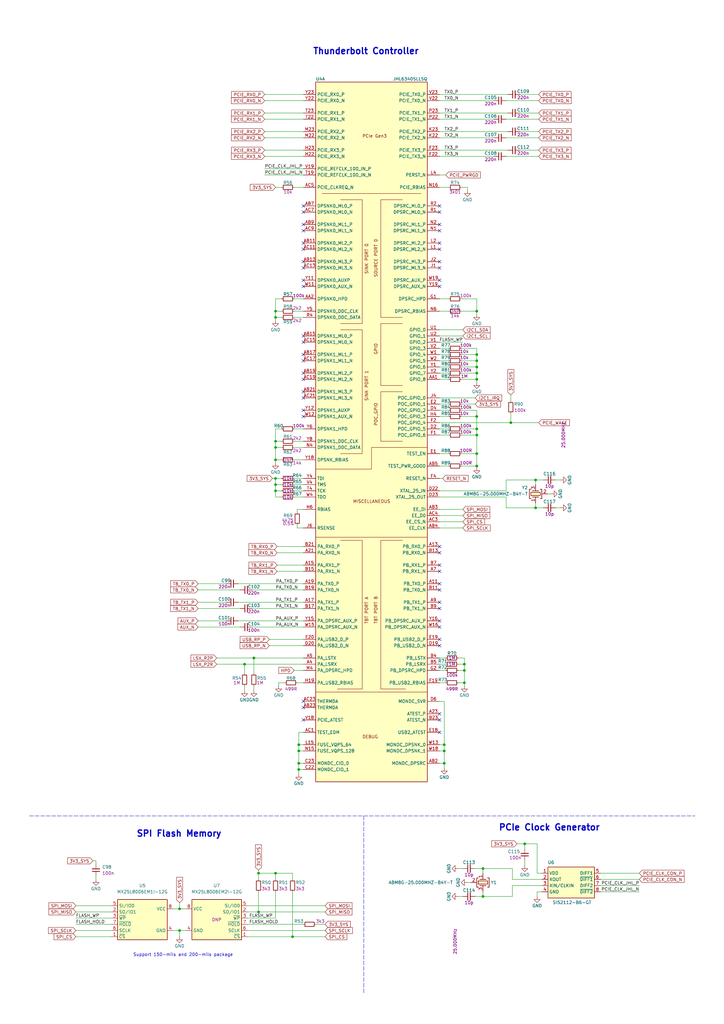
<source format=kicad_sch>
(kicad_sch (version 20211123) (generator eeschema)
  (paper "A3" portrait)
  (title_block (title "Thunderbolt to PCIe bridge") (date "2023-05-09") (rev "1.1.1") (comment 1 "www.antmicro.com") (comment 2 "Antmicro Ltd."))
  (lib_symbols
    (symbol "thunderbolt-adapter:ABM8G-25.000MHZ-B4Y-T" (pin_names hide)
      (property "Reference" "Y" (at 22.86 -5.08 0))
      (property "Value" "ABM8G-25.000MHZ-B4Y-T_1" (at 22.86 -7.62 0))
      (property "Val" "25.000MHz" (at 27.94 -11.43 0))
      (symbol "ABM8G-25.000MHZ-B4Y-T_1_1"
        (pin passive line (at 0 0 0) (length 2.54) (name "~") (number "1"))
        (pin passive line (at 3.81 -5.08 90) (length 2.54) (name "SH") (number "2"))
        (pin passive line (at 7.62 0 180) (length 2.54) (name "~") (number "3"))
        (pin passive line (at 3.81 -5.08 90) (length 2.54) hide (name "SH") (number "4"))
      )
    )
    (symbol "thunderbolt-adapter:C_100n_0402" (pin_numbers hide) (pin_names hide)
      (property "Reference" "C" (at 20.32 -5.08 0))
      (property "Val" "100n" (at 20.32 -7.62 0))
      (symbol "C_100n_0402_1_1"
        (pin passive line (at 0 0 0) (length 2.032) (name "~") (number "1"))
        (pin passive line (at 5.08 0 180) (length 2.032) (name "~") (number "2"))
      )
    )
    (symbol "thunderbolt-adapter:C_100n_0402" (pin_numbers hide) (pin_names hide)
      (property "Reference" "C" (at 20.32 -5.08 0))
      (property "Val" "100n" (at 20.32 -7.62 0))
      (symbol "C_100n_0402_1_1"
        (pin passive line (at 0 0 0) (length 2.032) (name "~") (number "1"))
        (pin passive line (at 5.08 0 180) (length 2.032) (name "~") (number "2"))
      )
    )
    (symbol "thunderbolt-adapter:C_100n_0402" (pin_numbers hide) (pin_names hide)
      (property "Reference" "C" (at 20.32 -5.08 0))
      (property "Val" "100n" (at 20.32 -7.62 0))
      (symbol "C_100n_0402_1_1"
        (pin passive line (at 0 0 0) (length 2.032) (name "~") (number "1"))
        (pin passive line (at 5.08 0 180) (length 2.032) (name "~") (number "2"))
      )
    )
    (symbol "thunderbolt-adapter:C_10p_0402" (pin_numbers hide) (pin_names hide)
      (property "Reference" "C" (at 20.32 -5.08 0))
      (property "Val" "10p" (at 20.32 -7.62 0))
      (symbol "C_10p_0402_1_1"
        (pin passive line (at 0 0 0) (length 2.032) (name "~") (number "1"))
        (pin passive line (at 5.08 0 180) (length 2.032) (name "~") (number "2"))
      )
    )
    (symbol "thunderbolt-adapter:C_10p_0402" (pin_numbers hide) (pin_names hide)
      (property "Reference" "C" (at 20.32 -5.08 0))
      (property "Val" "10p" (at 20.32 -7.62 0))
      (symbol "C_10p_0402_1_1"
        (pin passive line (at 0 0 0) (length 2.032) (name "~") (number "1"))
        (pin passive line (at 5.08 0 180) (length 2.032) (name "~") (number "2"))
      )
    )
    (symbol "thunderbolt-adapter:C_10p_0402" (pin_numbers hide) (pin_names hide)
      (property "Reference" "C" (at 20.32 -5.08 0))
      (property "Val" "10p" (at 20.32 -7.62 0))
      (symbol "C_10p_0402_1_1"
        (pin passive line (at 0 0 0) (length 2.032) (name "~") (number "1"))
        (pin passive line (at 5.08 0 180) (length 2.032) (name "~") (number "2"))
      )
    )
    (symbol "thunderbolt-adapter:C_220n_0402" (pin_numbers hide) (pin_names hide)
      (property "Reference" "C" (at 20.32 -5.08 0))
      (property "Val" "220n" (at 20.32 -7.62 0))
      (symbol "C_220n_0402_1_1"
        (pin passive line (at 0 0 0) (length 2.032) (name "~") (number "1"))
        (pin passive line (at 5.08 0 180) (length 2.032) (name "~") (number "2"))
      )
    )
    (symbol "thunderbolt-adapter:C_220n_0402_10" (pin_numbers hide) (pin_names hide)
      (property "Reference" "C" (at 20.32 -5.08 0))
      (property "Val" "220n" (at 20.32 -7.62 0))
      (symbol "C_220n_0402_10_1_1"
        (pin passive line (at 0 0 0) (length 2.032) (name "~") (number "1"))
        (pin passive line (at 5.08 0 180) (length 2.032) (name "~") (number "2"))
      )
    )
    (symbol "thunderbolt-adapter:C_220n_0402_11" (pin_numbers hide) (pin_names hide)
      (property "Reference" "C" (at 20.32 -5.08 0))
      (property "Val" "220n" (at 20.32 -7.62 0))
      (symbol "C_220n_0402_11_1_1"
        (pin passive line (at 0 0 0) (length 2.032) (name "~") (number "1"))
        (pin passive line (at 5.08 0 180) (length 2.032) (name "~") (number "2"))
      )
    )
    (symbol "thunderbolt-adapter:C_220n_0402" (pin_numbers hide) (pin_names hide)
      (property "Reference" "C" (at 20.32 -5.08 0))
      (property "Val" "220n" (at 20.32 -7.62 0))
      (symbol "C_220n_0402_1_1"
        (pin passive line (at 0 0 0) (length 2.032) (name "~") (number "1"))
        (pin passive line (at 5.08 0 180) (length 2.032) (name "~") (number "2"))
      )
    )
    (symbol "thunderbolt-adapter:C_220n_0402" (pin_numbers hide) (pin_names hide)
      (property "Reference" "C" (at 20.32 -5.08 0))
      (property "Val" "220n" (at 20.32 -7.62 0))
      (symbol "C_220n_0402_1_1"
        (pin passive line (at 0 0 0) (length 2.032) (name "~") (number "1"))
        (pin passive line (at 5.08 0 180) (length 2.032) (name "~") (number "2"))
      )
    )
    (symbol "thunderbolt-adapter:C_220n_0402" (pin_numbers hide) (pin_names hide)
      (property "Reference" "C" (at 20.32 -5.08 0))
      (property "Val" "220n" (at 20.32 -7.62 0))
      (symbol "C_220n_0402_1_1"
        (pin passive line (at 0 0 0) (length 2.032) (name "~") (number "1"))
        (pin passive line (at 5.08 0 180) (length 2.032) (name "~") (number "2"))
      )
    )
    (symbol "thunderbolt-adapter:C_220n_0402" (pin_numbers hide) (pin_names hide)
      (property "Reference" "C" (at 20.32 -5.08 0))
      (property "Val" "220n" (at 20.32 -7.62 0))
      (symbol "C_220n_0402_1_1"
        (pin passive line (at 0 0 0) (length 2.032) (name "~") (number "1"))
        (pin passive line (at 5.08 0 180) (length 2.032) (name "~") (number "2"))
      )
    )
    (symbol "thunderbolt-adapter:C_220n_0402" (pin_numbers hide) (pin_names hide)
      (property "Reference" "C" (at 20.32 -5.08 0))
      (property "Val" "220n" (at 20.32 -7.62 0))
      (symbol "C_220n_0402_1_1"
        (pin passive line (at 0 0 0) (length 2.032) (name "~") (number "1"))
        (pin passive line (at 5.08 0 180) (length 2.032) (name "~") (number "2"))
      )
    )
    (symbol "thunderbolt-adapter:C_220n_0402" (pin_numbers hide) (pin_names hide)
      (property "Reference" "C" (at 20.32 -5.08 0))
      (property "Val" "220n" (at 20.32 -7.62 0))
      (symbol "C_220n_0402_1_1"
        (pin passive line (at 0 0 0) (length 2.032) (name "~") (number "1"))
        (pin passive line (at 5.08 0 180) (length 2.032) (name "~") (number "2"))
      )
    )
    (symbol "thunderbolt-adapter:C_220n_0402" (pin_numbers hide) (pin_names hide)
      (property "Reference" "C" (at 20.32 -5.08 0))
      (property "Val" "220n" (at 20.32 -7.62 0))
      (symbol "C_220n_0402_1_1"
        (pin passive line (at 0 0 0) (length 2.032) (name "~") (number "1"))
        (pin passive line (at 5.08 0 180) (length 2.032) (name "~") (number "2"))
      )
    )
    (symbol "thunderbolt-adapter:C_220n_0402" (pin_numbers hide) (pin_names hide)
      (property "Reference" "C" (at 20.32 -5.08 0))
      (property "Val" "220n" (at 20.32 -7.62 0))
      (symbol "C_220n_0402_1_1"
        (pin passive line (at 0 0 0) (length 2.032) (name "~") (number "1"))
        (pin passive line (at 5.08 0 180) (length 2.032) (name "~") (number "2"))
      )
    )
    (symbol "thunderbolt-adapter:R_100R_0402" (pin_numbers hide) (pin_names hide)
      (property "Reference" "R" (at 20.32 -5.08 0))
      (property "Val" "100R" (at 20.32 -7.62 0))
      (symbol "R_100R_0402_1_1"
        (pin passive line (at 0 0 0) (length 0.635) (name "~") (number "1"))
        (pin passive line (at 5.08 0 180) (length 0.635) (name "~") (number "2"))
      )
    )
    (symbol "thunderbolt-adapter:R_100k_0402" (pin_numbers hide) (pin_names hide)
      (property "Reference" "R" (at 20.32 -5.08 0))
      (property "Val" "100k" (at 20.32 -7.62 0))
      (symbol "R_100k_0402_1_1"
        (pin passive line (at 0 0 0) (length 0.635) (name "~") (number "1"))
        (pin passive line (at 5.08 0 180) (length 0.635) (name "~") (number "2"))
      )
    )
    (symbol "thunderbolt-adapter:R_100k_0402" (pin_numbers hide) (pin_names hide)
      (property "Reference" "R" (at 20.32 -5.08 0))
      (property "Val" "100k" (at 20.32 -7.62 0))
      (symbol "R_100k_0402_1_1"
        (pin passive line (at 0 0 0) (length 0.635) (name "~") (number "1"))
        (pin passive line (at 5.08 0 180) (length 0.635) (name "~") (number "2"))
      )
    )
    (symbol "thunderbolt-adapter:R_100k_0402" (pin_numbers hide) (pin_names hide)
      (property "Reference" "R" (at 20.32 -5.08 0))
      (property "Val" "100k" (at 20.32 -7.62 0))
      (symbol "R_100k_0402_1_1"
        (pin passive line (at 0 0 0) (length 0.635) (name "~") (number "1"))
        (pin passive line (at 5.08 0 180) (length 0.635) (name "~") (number "2"))
      )
    )
    (symbol "thunderbolt-adapter:R_100k_0402" (pin_numbers hide) (pin_names hide)
      (property "Reference" "R" (at 20.32 -5.08 0))
      (property "Val" "100k" (at 20.32 -7.62 0))
      (symbol "R_100k_0402_1_1"
        (pin passive line (at 0 0 0) (length 0.635) (name "~") (number "1"))
        (pin passive line (at 5.08 0 180) (length 0.635) (name "~") (number "2"))
      )
    )
    (symbol "thunderbolt-adapter:R_100k_0402" (pin_numbers hide) (pin_names hide)
      (property "Reference" "R" (at 20.32 -5.08 0))
      (property "Val" "100k" (at 20.32 -7.62 0))
      (symbol "R_100k_0402_1_1"
        (pin passive line (at 0 0 0) (length 0.635) (name "~") (number "1"))
        (pin passive line (at 5.08 0 180) (length 0.635) (name "~") (number "2"))
      )
    )
    (symbol "thunderbolt-adapter:R_100k_0402" (pin_numbers hide) (pin_names hide)
      (property "Reference" "R" (at 20.32 -5.08 0))
      (property "Val" "100k" (at 20.32 -7.62 0))
      (symbol "R_100k_0402_1_1"
        (pin passive line (at 0 0 0) (length 0.635) (name "~") (number "1"))
        (pin passive line (at 5.08 0 180) (length 0.635) (name "~") (number "2"))
      )
    )
    (symbol "thunderbolt-adapter:R_100k_0402" (pin_numbers hide) (pin_names hide)
      (property "Reference" "R" (at 20.32 -5.08 0))
      (property "Val" "100k" (at 20.32 -7.62 0))
      (symbol "R_100k_0402_1_1"
        (pin passive line (at 0 0 0) (length 0.635) (name "~") (number "1"))
        (pin passive line (at 5.08 0 180) (length 0.635) (name "~") (number "2"))
      )
    )
    (symbol "thunderbolt-adapter:R_100k_0402" (pin_numbers hide) (pin_names hide)
      (property "Reference" "R" (at 20.32 -5.08 0))
      (property "Val" "100k" (at 20.32 -7.62 0))
      (symbol "R_100k_0402_1_1"
        (pin passive line (at 0 0 0) (length 0.635) (name "~") (number "1"))
        (pin passive line (at 5.08 0 180) (length 0.635) (name "~") (number "2"))
      )
    )
    (symbol "thunderbolt-adapter:R_100k_0402" (pin_numbers hide) (pin_names hide)
      (property "Reference" "R" (at 20.32 -5.08 0))
      (property "Val" "100k" (at 20.32 -7.62 0))
      (symbol "R_100k_0402_1_1"
        (pin passive line (at 0 0 0) (length 0.635) (name "~") (number "1"))
        (pin passive line (at 5.08 0 180) (length 0.635) (name "~") (number "2"))
      )
    )
    (symbol "thunderbolt-adapter:R_10k_0402" (pin_numbers hide) (pin_names hide)
      (property "Reference" "R" (at 20.32 -5.08 0))
      (property "Val" "10k" (at 20.32 -7.62 0))
      (symbol "R_10k_0402_1_1"
        (pin passive line (at 0 0 0) (length 0.635) (name "~") (number "1"))
        (pin passive line (at 5.08 0 180) (length 0.635) (name "~") (number "2"))
      )
    )
    (symbol "thunderbolt-adapter:R_10k_0402" (pin_numbers hide) (pin_names hide)
      (property "Reference" "R" (at 20.32 -5.08 0))
      (property "Val" "10k" (at 20.32 -7.62 0))
      (symbol "R_10k_0402_1_1"
        (pin passive line (at 0 0 0) (length 0.635) (name "~") (number "1"))
        (pin passive line (at 5.08 0 180) (length 0.635) (name "~") (number "2"))
      )
    )
    (symbol "thunderbolt-adapter:R_10k_0402" (pin_numbers hide) (pin_names hide)
      (property "Reference" "R" (at 20.32 -5.08 0))
      (property "Val" "10k" (at 20.32 -7.62 0))
      (symbol "R_10k_0402_1_1"
        (pin passive line (at 0 0 0) (length 0.635) (name "~") (number "1"))
        (pin passive line (at 5.08 0 180) (length 0.635) (name "~") (number "2"))
      )
    )
    (symbol "thunderbolt-adapter:R_10k_0402" (pin_numbers hide) (pin_names hide)
      (property "Reference" "R" (at 20.32 -5.08 0))
      (property "Val" "10k" (at 20.32 -7.62 0))
      (symbol "R_10k_0402_1_1"
        (pin passive line (at 0 0 0) (length 0.635) (name "~") (number "1"))
        (pin passive line (at 5.08 0 180) (length 0.635) (name "~") (number "2"))
      )
    )
    (symbol "thunderbolt-adapter:R_10k_0402" (pin_numbers hide) (pin_names hide)
      (property "Reference" "R" (at 20.32 -5.08 0))
      (property "Val" "10k" (at 20.32 -7.62 0))
      (symbol "R_10k_0402_1_1"
        (pin passive line (at 0 0 0) (length 0.635) (name "~") (number "1"))
        (pin passive line (at 5.08 0 180) (length 0.635) (name "~") (number "2"))
      )
    )
    (symbol "thunderbolt-adapter:R_10k_0402" (pin_numbers hide) (pin_names hide)
      (property "Reference" "R" (at 20.32 -5.08 0))
      (property "Val" "10k" (at 20.32 -7.62 0))
      (symbol "R_10k_0402_1_1"
        (pin passive line (at 0 0 0) (length 0.635) (name "~") (number "1"))
        (pin passive line (at 5.08 0 180) (length 0.635) (name "~") (number "2"))
      )
    )
    (symbol "thunderbolt-adapter:R_10k_0402" (pin_numbers hide) (pin_names hide)
      (property "Reference" "R" (at 20.32 -5.08 0))
      (property "Val" "10k" (at 20.32 -7.62 0))
      (symbol "R_10k_0402_1_1"
        (pin passive line (at 0 0 0) (length 0.635) (name "~") (number "1"))
        (pin passive line (at 5.08 0 180) (length 0.635) (name "~") (number "2"))
      )
    )
    (symbol "thunderbolt-adapter:R_10k_0402" (pin_numbers hide) (pin_names hide)
      (property "Reference" "R" (at 20.32 -5.08 0))
      (property "Val" "10k" (at 20.32 -7.62 0))
      (symbol "R_10k_0402_1_1"
        (pin passive line (at 0 0 0) (length 0.635) (name "~") (number "1"))
        (pin passive line (at 5.08 0 180) (length 0.635) (name "~") (number "2"))
      )
    )
    (symbol "thunderbolt-adapter:R_10k_0402" (pin_numbers hide) (pin_names hide)
      (property "Reference" "R" (at 20.32 -5.08 0))
      (property "Val" "10k" (at 20.32 -7.62 0))
      (symbol "R_10k_0402_1_1"
        (pin passive line (at 0 0 0) (length 0.635) (name "~") (number "1"))
        (pin passive line (at 5.08 0 180) (length 0.635) (name "~") (number "2"))
      )
    )
    (symbol "thunderbolt-adapter:R_14k_0402" (pin_numbers hide) (pin_names hide)
      (property "Reference" "R" (at 20.32 -5.08 0))
      (property "Val" "14k" (at 20.32 -7.62 0))
      (symbol "R_14k_0402_1_1"
        (pin passive line (at 0 0 0) (length 0.635) (name "~") (number "1"))
        (pin passive line (at 5.08 0 180) (length 0.635) (name "~") (number "2"))
      )
    )
    (symbol "thunderbolt-adapter:R_1M_0402" (pin_numbers hide) (pin_names hide)
      (property "Reference" "R" (at 20.32 -5.08 0))
      (property "Val" "1M" (at 20.32 -7.62 0))
      (symbol "R_1M_0402_1_1"
        (pin passive line (at 0 0 0) (length 0.635) (name "~") (number "1"))
        (pin passive line (at 5.08 0 180) (length 0.635) (name "~") (number "2"))
      )
    )
    (symbol "thunderbolt-adapter:R_1M_0402" (pin_numbers hide) (pin_names hide)
      (property "Reference" "R" (at 20.32 -5.08 0))
      (property "Val" "1M" (at 20.32 -7.62 0))
      (symbol "R_1M_0402_1_1"
        (pin passive line (at 0 0 0) (length 0.635) (name "~") (number "1"))
        (pin passive line (at 5.08 0 180) (length 0.635) (name "~") (number "2"))
      )
    )
    (symbol "thunderbolt-adapter:R_1M_0402" (pin_numbers hide) (pin_names hide)
      (property "Reference" "R" (at 20.32 -5.08 0))
      (property "Val" "1M" (at 20.32 -7.62 0))
      (symbol "R_1M_0402_1_1"
        (pin passive line (at 0 0 0) (length 0.635) (name "~") (number "1"))
        (pin passive line (at 5.08 0 180) (length 0.635) (name "~") (number "2"))
      )
    )
    (symbol "thunderbolt-adapter:R_1M_0402" (pin_numbers hide) (pin_names hide)
      (property "Reference" "R" (at 20.32 -5.08 0))
      (property "Val" "1M" (at 20.32 -7.62 0))
      (symbol "R_1M_0402_1_1"
        (pin passive line (at 0 0 0) (length 0.635) (name "~") (number "1"))
        (pin passive line (at 5.08 0 180) (length 0.635) (name "~") (number "2"))
      )
    )
    (symbol "thunderbolt-adapter:R_2k2_0402" (pin_numbers hide) (pin_names hide)
      (property "Reference" "R" (at 20.32 -5.08 0))
      (property "Val" "2k2" (at 20.32 -7.62 0))
      (symbol "R_2k2_0402_1_1"
        (pin passive line (at 0 0 0) (length 0.635) (name "~") (number "1"))
        (pin passive line (at 5.08 0 180) (length 0.635) (name "~") (number "2"))
      )
    )
    (symbol "thunderbolt-adapter:R_2k2_0402" (pin_numbers hide) (pin_names hide)
      (property "Reference" "R" (at 20.32 -5.08 0))
      (property "Val" "2k2" (at 20.32 -7.62 0))
      (symbol "R_2k2_0402_1_1"
        (pin passive line (at 0 0 0) (length 0.635) (name "~") (number "1"))
        (pin passive line (at 5.08 0 180) (length 0.635) (name "~") (number "2"))
      )
    )
    (symbol "thunderbolt-adapter:R_2k2_0402" (pin_numbers hide) (pin_names hide)
      (property "Reference" "R" (at 20.32 -5.08 0))
      (property "Val" "2k2" (at 20.32 -7.62 0))
      (symbol "R_2k2_0402_1_1"
        (pin passive line (at 0 0 0) (length 0.635) (name "~") (number "1"))
        (pin passive line (at 5.08 0 180) (length 0.635) (name "~") (number "2"))
      )
    )
    (symbol "thunderbolt-adapter:R_3k3_0402" (pin_numbers hide) (pin_names hide)
      (property "Reference" "R" (at 20.32 -5.08 0))
      (property "Val" "3k3" (at 20.32 -7.62 0))
      (symbol "R_3k3_0402_1_1"
        (pin passive line (at 0 0 0) (length 0.635) (name "~") (number "1"))
        (pin passive line (at 5.08 0 180) (length 0.635) (name "~") (number "2"))
      )
    )
    (symbol "thunderbolt-adapter:R_3k3_0402" (pin_numbers hide) (pin_names hide)
      (property "Reference" "R" (at 20.32 -5.08 0))
      (property "Val" "3k3" (at 20.32 -7.62 0))
      (symbol "R_3k3_0402_1_1"
        (pin passive line (at 0 0 0) (length 0.635) (name "~") (number "1"))
        (pin passive line (at 5.08 0 180) (length 0.635) (name "~") (number "2"))
      )
    )
    (symbol "thunderbolt-adapter:R_3k3_0402" (pin_numbers hide) (pin_names hide)
      (property "Reference" "R" (at 20.32 -5.08 0))
      (property "Val" "3k3" (at 20.32 -7.62 0))
      (symbol "R_3k3_0402_1_1"
        (pin passive line (at 0 0 0) (length 0.635) (name "~") (number "1"))
        (pin passive line (at 5.08 0 180) (length 0.635) (name "~") (number "2"))
      )
    )
    (symbol "thunderbolt-adapter:R_499R_0402" (pin_numbers hide) (pin_names hide)
      (property "Reference" "R" (at 20.32 -5.08 0))
      (property "Val" "499R" (at 20.32 -7.62 0))
      (symbol "R_499R_0402_1_1"
        (pin passive line (at 0 0 0) (length 0.635) (name "~") (number "1"))
        (pin passive line (at 5.08 0 180) (length 0.635) (name "~") (number "2"))
      )
    )
    (symbol "thunderbolt-adapter:C_100n_0402" (pin_numbers hide) (pin_names hide)
      (property "Reference" "C" (at 20.32 -5.08 0))
      (property "Val" "100n" (at 20.32 -7.62 0))
      (symbol "C_100n_0402_1_1"
        (pin passive line (at 0 0 0) (length 2.032) (name "~") (number "1"))
        (pin passive line (at 5.08 0 180) (length 2.032) (name "~") (number "2"))
      )
    )
    (symbol "thunderbolt-adapter:C_10p_0402" (pin_numbers hide) (pin_names hide)
      (property "Reference" "C" (at 20.32 -5.08 0))
      (property "Val" "10p" (at 20.32 -7.62 0))
      (symbol "C_10p_0402_1_1"
        (pin passive line (at 0 0 0) (length 2.032) (name "~") (number "1"))
        (pin passive line (at 5.08 0 180) (length 2.032) (name "~") (number "2"))
      )
    )
    (symbol "thunderbolt-adapter:C_220n_0402" (pin_numbers hide) (pin_names hide)
      (property "Reference" "C" (at 20.32 -5.08 0))
      (property "Val" "220n" (at 20.32 -7.62 0))
      (symbol "C_220n_0402_1_1"
        (pin passive line (at 0 0 0) (length 2.032) (name "~") (number "1"))
        (pin passive line (at 5.08 0 180) (length 2.032) (name "~") (number "2"))
      )
    )
    (symbol "thunderbolt-adapter:SI52112-B6-GT"
      (property "Reference" "U" (at 38.1 -2.54 0))
      (property "Value" "SI52112-B6-GT" (at 38.1 -5.08 0))
      (symbol "SI52112-B6-GT_1_1"
        (pin power_in line (at 0 0 0) (length 2.54) (name "VDD") (number "1"))
        (pin output line (at 0 -2.54 0) (length 2.54) (name "XOUT") (number "2"))
        (pin input line (at 0 -5.08 0) (length 2.54) (name "XIN/CLKIN") (number "3"))
        (pin power_in line (at 0 -7.62 0) (length 2.54) (name "GND") (number "4"))
        (pin output line (at 24.13 0 180) (length 2.54) (name "DIFF1") (number "5"))
        (pin output line (at 24.13 -2.54 180) (length 2.54) (name "~{DIFF1}") (number "6"))
        (pin output line (at 24.13 -5.08 180) (length 2.54) (name "DIFF2") (number "7"))
        (pin output line (at 24.13 -7.62 180) (length 2.54) (name "~{DIFF2}") (number "8"))
      )
    )
    (symbol "thunderbolt-adapter:ABM8G-25.000MHZ-B4Y-T" (pin_names hide)
      (property "Reference" "Y" (at 22.86 -5.08 0))
      (property "Value" "ABM8G-25.000MHZ-B4Y-T" (at 22.86 -7.62 0))
      (property "Val" "25.000MHz" (at 27.94 -11.43 0))
      (symbol "ABM8G-25.000MHZ-B4Y-T_1_1"
        (pin passive line (at 0 0 0) (length 2.54) (name "~") (number "1"))
        (pin passive line (at 3.81 -5.08 90) (length 2.54) (name "SH") (number "2"))
        (pin passive line (at 7.62 0 180) (length 2.54) (name "~") (number "3"))
        (pin passive line (at 3.81 -5.08 90) (length 2.54) hide (name "SH") (number "4"))
      )
    )
    (symbol "thunderbolt-adapter:JHL6340SLLSQ"
      (property "Reference" "U" (at 71.12 0 0))
      (property "Value" "JHL6340SLLSQ" (at 71.12 -2.54 0))
      (symbol "JHL6340SLLSQ_1_0"
        (text "DEBUG" (at 24.13 -264.16 0) (effects (font (size 1.27 1.27)) (justify left bottom)))
        (text "GPIO" (at 30.48 -106.68 900) (effects (font (size 1.27 1.27)) (justify left bottom)))
        (text "MISCELLANEOUS" (at 20.32 -167.64 0) (effects (font (size 1.27 1.27)) (justify left bottom)))
        (text "PCIe Gen3" (at 24.13 -17.78 0) (effects (font (size 1.27 1.27)) (justify left bottom)))
        (text "POC_GPIO" (at 30.48 -135.89 900) (effects (font (size 1.27 1.27)) (justify left bottom)))
        (text "SINK PORT 0" (at 26.67 -73.66 900) (effects (font (size 1.27 1.27)) (justify left bottom)))
        (text "SINK PORT 1" (at 26.67 -125.73 900) (effects (font (size 1.27 1.27)) (justify left bottom)))
        (text "SOURCE PORT 0" (at 30.48 -74.93 900) (effects (font (size 1.27 1.27)) (justify left bottom)))
        (text "TBT PORT A" (at 26.67 -217.17 900) (effects (font (size 1.27 1.27)) (justify left bottom)))
        (text "TBT PORT B" (at 30.48 -217.17 900) (effects (font (size 1.27 1.27)) (justify left bottom)))
      )
      (symbol "JHL6340SLLSQ_1_1"
        (pin output line (at 55.88 -200.66 180) (length 5.08) (name "PB_TX0_P") (number "A11"))
        (pin input line (at 55.88 -185.42 180) (length 5.08) (name "PB_RX0_P") (number "A13"))
        (pin input line (at 0 -193.04 0) (length 5.08) (name "PA_RX1_P") (number "A15"))
        (pin output line (at 0 -208.28 0) (length 5.08) (name "PA_TX1_P") (number "A17"))
        (pin output line (at 0 -200.66 0) (length 5.08) (name "PA_TX0_P") (number "A19"))
        (pin input line (at 0 -187.96 0) (length 5.08) (name "PA_RX0_N") (number "A21"))
        (pin passive line (at 55.88 -254 180) (length 5.08) (name "ATEST_P") (number "A23"))
        (pin input line (at 0 -233.68 0) (length 5.08) (name "PA_LSRX") (number "A4"))
        (pin output line (at 0 -231.14 0) (length 5.08) (name "PA_LSTX") (number "A5"))
        (pin input line (at 55.88 -195.58 180) (length 5.08) (name "PB_RX1_N") (number "A7"))
        (pin output line (at 55.88 -208.28 180) (length 5.08) (name "PB_TX1_P") (number "A9"))
        (pin bidirectional line (at 55.88 -116.84 180) (length 5.08) (name "GPIO_8") (number "AA1"))
        (pin passive line (at 0 -83.82 0) (length 5.08) (name "DPSNK0_HPD") (number "AA2"))
        (pin input line (at 0 -60.96 0) (length 5.08) (name "DPSNK0_ML2_P") (number "AB11"))
        (pin input line (at 0 -68.58 0) (length 5.08) (name "DPSNK0_ML3_P") (number "AB13"))
        (pin input line (at 0 -99.06 0) (length 5.08) (name "DPSNK1_ML0_P") (number "AB15"))
        (pin input line (at 0 -106.68 0) (length 5.08) (name "DPSNK1_ML1_P") (number "AB17"))
        (pin input line (at 0 -114.3 0) (length 5.08) (name "DPSNK1_ML2_P") (number "AB19"))
        (pin passive line (at 55.88 -274.32 180) (length 5.08) (name "MONDC_DPSRC") (number "AB2"))
        (pin input line (at 0 -121.92 0) (length 5.08) (name "DPSNK1_ML3_P") (number "AB21"))
        (pin passive line (at 0 -251.46 0) (length 5.08) (name "THERMDA") (number "AB23"))
        (pin output line (at 55.88 -170.18 180) (length 5.08) (name "EE_DI") (number "AB3"))
        (pin output line (at 55.88 -177.8 180) (length 5.08) (name "EE_CLK") (number "AB4"))
        (pin input line (at 55.88 -152.4 180) (length 5.08) (name "TEST_PWR_GOOD") (number "AB5"))
        (pin input line (at 0 -45.72 0) (length 5.08) (name "DPSNK0_ML0_P") (number "AB7"))
        (pin input line (at 0 -53.34 0) (length 5.08) (name "DPSNK0_ML1_P") (number "AB9"))
        (pin passive line (at 0 -261.62 0) (length 5.08) (name "TEST_EDM") (number "AC1"))
        (pin input line (at 0 -63.5 0) (length 5.08) (name "DPSNK0_ML2_N") (number "AC11"))
        (pin input line (at 0 -71.12 0) (length 5.08) (name "DPSNK0_ML3_N") (number "AC13"))
        (pin input line (at 0 -101.6 0) (length 5.08) (name "DPSNK1_ML0_N") (number "AC15"))
        (pin input line (at 0 -109.22 0) (length 5.08) (name "DPSNK1_ML1_N") (number "AC17"))
        (pin input line (at 0 -116.84 0) (length 5.08) (name "DPSNK1_ML2_N") (number "AC19"))
        (pin input line (at 0 -124.46 0) (length 5.08) (name "DPSNK1_ML3_N") (number "AC21"))
        (pin passive line (at 0 -248.92 0) (length 5.08) (name "THERMDA") (number "AC23"))
        (pin output line (at 55.88 -175.26 180) (length 5.08) (name "EE_CS_N") (number "AC3"))
        (pin input line (at 55.88 -172.72 180) (length 5.08) (name "EE_D0") (number "AC4"))
        (pin output line (at 0 -38.1 0) (length 5.08) (name "PCIE_CLKREQ_N") (number "AC5"))
        (pin input line (at 0 -48.26 0) (length 5.08) (name "DPSNK0_ML0_N") (number "AC7"))
        (pin input line (at 0 -55.88 0) (length 5.08) (name "DPSNK0_ML1_N") (number "AC9"))
        (pin output line (at 55.88 -203.2 180) (length 5.08) (name "PB_TX0_N") (number "B11"))
        (pin input line (at 55.88 -187.96 180) (length 5.08) (name "PB_RX0_N") (number "B13"))
        (pin input line (at 0 -195.58 0) (length 5.08) (name "PA_RX1_N") (number "B15"))
        (pin output line (at 0 -210.82 0) (length 5.08) (name "PA_TX1_N") (number "B17"))
        (pin output line (at 0 -203.2 0) (length 5.08) (name "PA_TX0_N") (number "B19"))
        (pin input line (at 0 -185.42 0) (length 5.08) (name "PA_RX0_P") (number "B21"))
        (pin passive line (at 55.88 -256.54 180) (length 5.08) (name "ATEST_N") (number "B23"))
        (pin output line (at 55.88 -231.14 180) (length 5.08) (name "PB_LSTX") (number "B4"))
        (pin input line (at 55.88 -233.68 180) (length 5.08) (name "PB_LSRX") (number "B5"))
        (pin input line (at 55.88 -193.04 180) (length 5.08) (name "PB_RX1_P") (number "B7"))
        (pin output line (at 55.88 -210.82 180) (length 5.08) (name "PB_TX1_N") (number "B9"))
        (pin passive line (at 0 -276.86 0) (length 5.08) (name "MONDC_CIO_1") (number "C22"))
        (pin passive line (at 0 -274.32 0) (length 5.08) (name "MONDC_CIO_0") (number "C23"))
        (pin bidirectional line (at 55.88 -226.06 180) (length 5.08) (name "PB_USB2_D_N") (number "D19"))
        (pin bidirectional line (at 55.88 -137.16 180) (length 5.08) (name "POC_GPIO_5") (number "D2"))
        (pin bidirectional line (at 0 -226.06 0) (length 5.08) (name "PA_USB2_D_N") (number "D20"))
        (pin input line (at 55.88 -162.56 180) (length 5.08) (name "XTAL_25_IN") (number "D22"))
        (pin input line (at 55.88 -165.1 180) (length 5.08) (name "XTAL_25_OUT") (number "D23"))
        (pin bidirectional line (at 55.88 -129.54 180) (length 5.08) (name "POC_GPIO_2") (number "D4"))
        (pin passive line (at 55.88 -248.92 180) (length 5.08) (name "MONDC_SVR") (number "D6"))
        (pin input line (at 55.88 -147.32 180) (length 5.08) (name "TEST_EN") (number "E1"))
        (pin passive line (at 55.88 -261.62 180) (length 5.08) (name "USB2_ATEST") (number "E18"))
        (pin bidirectional line (at 55.88 -223.52 180) (length 5.08) (name "PB_USB2_D_P") (number "E19"))
        (pin bidirectional line (at 55.88 -127 180) (length 5.08) (name "POC_GPIO_1") (number "E2"))
        (pin bidirectional line (at 0 -223.52 0) (length 5.08) (name "PA_USB2_D_P") (number "E20"))
        (pin bidirectional line (at 55.88 -139.7 180) (length 5.08) (name "POC_GPIO_6") (number "F1"))
        (pin passive line (at 55.88 -241.3 180) (length 5.08) (name "PB_USB2_RBIAS") (number "F19"))
        (pin bidirectional line (at 55.88 -134.62 180) (length 5.08) (name "POC_GPIO_4") (number "F2"))
        (pin input line (at 55.88 -25.4 180) (length 5.08) (name "PCIE_TX3_N") (number "F22"))
        (pin input line (at 55.88 -22.86 180) (length 5.08) (name "PCIE_TX3_P") (number "F23"))
        (pin input line (at 55.88 -157.48 180) (length 5.08) (name "RESET_N") (number "F4"))
        (pin passive line (at 55.88 -83.82 180) (length 5.08) (name "DPSRC_HPD") (number "G1"))
        (pin input line (at 55.88 -236.22 180) (length 5.08) (name "PB_DPSRC_HPD") (number "G2"))
        (pin passive line (at 0 -241.3 0) (length 5.08) (name "PA_USB2_RBIAS") (number "H19"))
        (pin input line (at 0 -25.4 0) (length 5.08) (name "PCIE_RX3_N") (number "H22"))
        (pin input line (at 0 -22.86 0) (length 5.08) (name "PCIE_RX3_P") (number "H23"))
        (pin bidirectional line (at 55.88 -132.08 180) (length 5.08) (name "POC_GPIO_3") (number "H4"))
        (pin passive line (at 0 -170.18 0) (length 5.08) (name "RBIAS") (number "H6"))
        (pin output line (at 55.88 -71.12 180) (length 5.08) (name "DPSRC_ML3_N") (number "J1"))
        (pin output line (at 55.88 -68.58 180) (length 5.08) (name "DPSRC_ML3_P") (number "J2"))
        (pin bidirectional line (at 55.88 -124.46 180) (length 5.08) (name "POC_GPIO_0") (number "J4"))
        (pin passive line (at 0 -177.8 0) (length 5.08) (name "RSENSE") (number "J6"))
        (pin input line (at 55.88 -17.78 180) (length 5.08) (name "PCIE_TX2_N") (number "K22"))
        (pin input line (at 55.88 -15.24 180) (length 5.08) (name "PCIE_TX2_P") (number "K23"))
        (pin output line (at 55.88 -63.5 180) (length 5.08) (name "DPSRC_ML2_N") (number "L1"))
        (pin passive line (at 0 -266.7 0) (length 5.08) (name "FUSE_VQPS_64") (number "L15"))
        (pin output line (at 55.88 -60.96 180) (length 5.08) (name "DPSRC_ML2_P") (number "L2"))
        (pin input line (at 55.88 -33.02 180) (length 5.08) (name "PERST_N") (number "L4"))
        (pin input line (at 0 -17.78 0) (length 5.08) (name "PCIE_RX2_N") (number "M22"))
        (pin input line (at 0 -15.24 0) (length 5.08) (name "PCIE_RX2_P") (number "M23"))
        (pin input line (at 0 -236.22 0) (length 5.08) (name "PA_DPSRC_HPD") (number "M4"))
        (pin output line (at 55.88 -55.88 180) (length 5.08) (name "DPSRC_ML1_N") (number "N1"))
        (pin passive line (at 0 -269.24 0) (length 5.08) (name "FUSE_VQPS_128") (number "N15"))
        (pin input line (at 55.88 -38.1 180) (length 5.08) (name "PCIE_RBIAS") (number "N16"))
        (pin output line (at 55.88 -53.34 180) (length 5.08) (name "DPSRC_ML1_P") (number "N2"))
        (pin passive line (at 0 -144.78 0) (length 5.08) (name "DPSNK1_DDC_DATA") (number "N4"))
        (pin passive line (at 55.88 -88.9 180) (length 5.08) (name "DPSRC_RBIAS") (number "N6"))
        (pin input line (at 55.88 -10.16 180) (length 5.08) (name "PCIE_TX1_N") (number "P22"))
        (pin input line (at 55.88 -7.62 180) (length 5.08) (name "PCIE_TX1_P") (number "P23"))
        (pin output line (at 55.88 -48.26 180) (length 5.08) (name "DPSRC_ML0_N") (number "R1"))
        (pin output line (at 55.88 -45.72 180) (length 5.08) (name "DPSRC_ML0_P") (number "R2"))
        (pin passive line (at 0 -91.44 0) (length 5.08) (name "DPSNK0_DDC_DATA") (number "R4"))
        (pin input line (at 0 -33.02 0) (length 5.08) (name "PCIE_REFCLK_100_IN_N") (number "T19"))
        (pin input line (at 0 -10.16 0) (length 5.08) (name "PCIE_RX1_N") (number "T22"))
        (pin input line (at 0 -7.62 0) (length 5.08) (name "PCIE_RX1_P") (number "T23"))
        (pin input line (at 0 -162.56 0) (length 5.08) (name "TCK") (number "T4"))
        (pin bidirectional line (at 55.88 -96.52 180) (length 5.08) (name "GPIO_0") (number "U1"))
        (pin bidirectional line (at 55.88 -99.06 180) (length 5.08) (name "GPIO_1") (number "U2"))
        (pin bidirectional line (at 55.88 -101.6 180) (length 5.08) (name "GPIO_2") (number "V1"))
        (pin passive line (at 0 -256.54 0) (length 5.08) (name "PCIE_ATEST") (number "V18"))
        (pin input line (at 0 -30.48 0) (length 5.08) (name "PCIE_REFCLK_100_IN_P") (number "V19"))
        (pin bidirectional line (at 55.88 -104.14 180) (length 5.08) (name "GPIO_3") (number "V2"))
        (pin input line (at 55.88 -2.54 180) (length 5.08) (name "PCIE_TX0_N") (number "V22"))
        (pin input line (at 55.88 0 180) (length 5.08) (name "PCIE_TX0_P") (number "V23"))
        (pin input line (at 0 -160.02 0) (length 5.08) (name "TMS") (number "V4"))
        (pin bidirectional line (at 55.88 -106.68 180) (length 5.08) (name "GPIO_4") (number "W1"))
        (pin bidirectional line (at 0 -78.74 0) (length 5.08) (name "DPSNK0_AUX_N") (number "W11"))
        (pin bidirectional line (at 0 -132.08 0) (length 5.08) (name "DPSNK1_AUX_N") (number "W12"))
        (pin passive line (at 55.88 -266.7 180) (length 5.08) (name "MONDC_DPSNK_0") (number "W13"))
        (pin bidirectional line (at 0 -218.44 0) (length 5.08) (name "PA_DPSRC_AUX_N") (number "W15"))
        (pin bidirectional line (at 55.88 -218.44 180) (length 5.08) (name "PB_DPSRC_AUX_N") (number "W16"))
        (pin passive line (at 55.88 -269.24 180) (length 5.08) (name "MONDC_DPSNK_1") (number "W18"))
        (pin bidirectional line (at 55.88 -76.2 180) (length 5.08) (name "DPSRC_AUX_P") (number "W19"))
        (pin bidirectional line (at 55.88 -109.22 180) (length 5.08) (name "GPIO_5") (number "W2"))
        (pin output line (at 0 -165.1 0) (length 5.08) (name "TDO") (number "W4"))
        (pin bidirectional line (at 55.88 -111.76 180) (length 5.08) (name "GPIO_6") (number "Y1"))
        (pin bidirectional line (at 0 -76.2 0) (length 5.08) (name "DPSNK0_AUXP") (number "Y11"))
        (pin bidirectional line (at 0 -129.54 0) (length 5.08) (name "DPSNK1_AUXP") (number "Y12"))
        (pin bidirectional line (at 0 -215.9 0) (length 5.08) (name "PA_DPSRC_AUX_P") (number "Y15"))
        (pin bidirectional line (at 55.88 -215.9 180) (length 5.08) (name "PB_DPSRC_AUX_P") (number "Y16"))
        (pin passive line (at 0 -149.86 0) (length 5.08) (name "DPSNK_RBIAS") (number "Y18"))
        (pin bidirectional line (at 55.88 -78.74 180) (length 5.08) (name "DPSRC_AUX_N") (number "Y19"))
        (pin bidirectional line (at 55.88 -114.3 180) (length 5.08) (name "GPIO_7") (number "Y2"))
        (pin input line (at 0 -2.54 0) (length 5.08) (name "PCIE_RX0_N") (number "Y22"))
        (pin input line (at 0 0 0) (length 5.08) (name "PCIE_RX0_P") (number "Y23"))
        (pin input line (at 0 -157.48 0) (length 5.08) (name "TDI") (number "Y4"))
        (pin passive line (at 0 -88.9 0) (length 5.08) (name "DPSNK0_DDC_CLK") (number "Y5"))
        (pin passive line (at 0 -137.16 0) (length 5.08) (name "DPSNK1_HPD") (number "Y6"))
        (pin passive line (at 0 -142.24 0) (length 5.08) (name "DPSNK1_DDC_CLK") (number "Y8"))
      )
      (symbol "JHL6340SLLSQ_2_1"
        (pin power_in line (at 54.61 -66.04 180) (length 5.08) (name "SVR_VSS") (number "A1"))
        (pin power_in line (at 0 -96.52 0) (length 5.08) (name "VSS_ANA") (number "A10"))
        (pin power_in line (at 0 -99.06 0) (length 5.08) (name "VSS_ANA") (number "A12"))
        (pin power_in line (at 0 -101.6 0) (length 5.08) (name "VSS_ANA") (number "A14"))
        (pin power_in line (at 0 -104.14 0) (length 5.08) (name "VSS_ANA") (number "A16"))
        (pin power_in line (at 0 -106.68 0) (length 5.08) (name "VSS_ANA") (number "A18"))
        (pin power_in line (at 54.61 -20.32 180) (length 5.08) (name "VCC3P3_SVR") (number "A2"))
        (pin power_in line (at 0 -109.22 0) (length 5.08) (name "VSS_ANA") (number "A20"))
        (pin power_in line (at 0 -111.76 0) (length 5.08) (name "VSS_ANA") (number "A22"))
        (pin power_in line (at 54.61 -22.86 180) (length 5.08) (name "VCC3P3_SVR") (number "A3"))
        (pin power_in line (at 0 -91.44 0) (length 5.08) (name "VSS_ANA") (number "A6"))
        (pin power_in line (at 0 -93.98 0) (length 5.08) (name "VSS_ANA") (number "A8"))
        (pin power_in line (at 54.61 -149.86 180) (length 5.08) (name "VSS_ANA") (number "AA22"))
        (pin power_in line (at 54.61 -152.4 180) (length 5.08) (name "VSS_ANA") (number "AA23"))
        (pin power_in line (at 54.61 -271.78 180) (length 5.08) (name "VSS") (number "AB1"))
        (pin power_in line (at 54.61 -160.02 180) (length 5.08) (name "VSS_ANA") (number "AB10"))
        (pin power_in line (at 54.61 -162.56 180) (length 5.08) (name "VSS_ANA") (number "AB12"))
        (pin power_in line (at 54.61 -165.1 180) (length 5.08) (name "VSS_ANA") (number "AB14"))
        (pin power_in line (at 54.61 -167.64 180) (length 5.08) (name "VSS_ANA") (number "AB16"))
        (pin power_in line (at 54.61 -170.18 180) (length 5.08) (name "VSS_ANA") (number "AB18"))
        (pin power_in line (at 54.61 -172.72 180) (length 5.08) (name "VSS_ANA") (number "AB20"))
        (pin power_in line (at 54.61 -175.26 180) (length 5.08) (name "VSS_ANA") (number "AB22"))
        (pin power_in line (at 54.61 -154.94 180) (length 5.08) (name "VSS_ANA") (number "AB6"))
        (pin power_in line (at 54.61 -157.48 180) (length 5.08) (name "VSS_ANA") (number "AB8"))
        (pin power_in line (at 54.61 -182.88 180) (length 5.08) (name "VSS_ANA") (number "AC10"))
        (pin power_in line (at 54.61 -185.42 180) (length 5.08) (name "VSS_ANA") (number "AC12"))
        (pin power_in line (at 54.61 -187.96 180) (length 5.08) (name "VSS_ANA") (number "AC14"))
        (pin power_in line (at 54.61 -190.5 180) (length 5.08) (name "VSS_ANA") (number "AC16"))
        (pin power_in line (at 54.61 -193.04 180) (length 5.08) (name "VSS_ANA") (number "AC18"))
        (pin power_in line (at 54.61 -274.32 180) (length 5.08) (name "VSS") (number "AC2"))
        (pin power_in line (at 54.61 -195.58 180) (length 5.08) (name "VSS_ANA") (number "AC20"))
        (pin power_in line (at 54.61 -198.12 180) (length 5.08) (name "VSS_ANA") (number "AC22"))
        (pin power_in line (at 54.61 -177.8 180) (length 5.08) (name "VSS_ANA") (number "AC6"))
        (pin power_in line (at 54.61 -180.34 180) (length 5.08) (name "VSS_ANA") (number "AC8"))
        (pin power_in line (at 54.61 -68.58 180) (length 5.08) (name "SVR_VSS") (number "B1"))
        (pin power_in line (at 0 -119.38 0) (length 5.08) (name "VSS_ANA") (number "B10"))
        (pin power_in line (at 0 -121.92 0) (length 5.08) (name "VSS_ANA") (number "B12"))
        (pin power_in line (at 0 -124.46 0) (length 5.08) (name "VSS_ANA") (number "B14"))
        (pin power_in line (at 0 -127 0) (length 5.08) (name "VSS_ANA") (number "B16"))
        (pin power_in line (at 0 -129.54 0) (length 5.08) (name "VSS_ANA") (number "B18"))
        (pin power_in line (at 54.61 -71.12 180) (length 5.08) (name "SVR_VSS") (number "B2"))
        (pin power_in line (at 0 -132.08 0) (length 5.08) (name "VSS_ANA") (number "B20"))
        (pin power_in line (at 0 -134.62 0) (length 5.08) (name "VSS_ANA") (number "B22"))
        (pin power_in line (at 54.61 -25.4 180) (length 5.08) (name "VCC3P3_SVR") (number "B3"))
        (pin power_in line (at 0 -114.3 0) (length 5.08) (name "VSS_ANA") (number "B6"))
        (pin power_in line (at 0 -116.84 0) (length 5.08) (name "VSS_ANA") (number "B8"))
        (pin power_out line (at 54.61 -55.88 180) (length 5.08) (name "SVR_IND") (number "C1"))
        (pin power_out line (at 54.61 -58.42 180) (length 5.08) (name "SVR_IND") (number "C2"))
        (pin power_out line (at 54.61 -60.96 180) (length 5.08) (name "SVR_IND") (number "D1"))
        (pin power_in line (at 0 -142.24 0) (length 5.08) (name "VSS_ANA") (number "D11"))
        (pin power_in line (at 0 -144.78 0) (length 5.08) (name "VSS_ANA") (number "D12"))
        (pin power_in line (at 0 -147.32 0) (length 5.08) (name "VSS_ANA") (number "D13"))
        (pin power_in line (at 0 -149.86 0) (length 5.08) (name "VSS_ANA") (number "D15"))
        (pin power_in line (at 0 -152.4 0) (length 5.08) (name "VSS_ANA") (number "D16"))
        (pin power_in line (at 0 -154.94 0) (length 5.08) (name "VSS_ANA") (number "D18"))
        (pin power_in line (at 54.61 -203.2 180) (length 5.08) (name "VSS") (number "D5"))
        (pin power_in line (at 0 -137.16 0) (length 5.08) (name "VSS_ANA") (number "D8"))
        (pin power_in line (at 0 -139.7 0) (length 5.08) (name "VSS_ANA") (number "D9"))
        (pin power_in line (at 0 -162.56 0) (length 5.08) (name "VSS_ANA") (number "E11"))
        (pin power_in line (at 54.61 -35.56 180) (length 5.08) (name "VCC0P9_SVR_ANA") (number "E12"))
        (pin power_in line (at 54.61 -38.1 180) (length 5.08) (name "VCC0P9_SVR_ANA") (number "E13"))
        (pin power_in line (at 0 -165.1 0) (length 5.08) (name "VSS_ANA") (number "E15"))
        (pin power_in line (at 0 -167.64 0) (length 5.08) (name "VSS_ANA") (number "E16"))
        (pin power_in line (at 0 -170.18 0) (length 5.08) (name "VSS_ANA") (number "E22"))
        (pin power_in line (at 0 -172.72 0) (length 5.08) (name "VSS_ANA") (number "E23"))
        (pin power_in line (at 54.61 -205.74 180) (length 5.08) (name "VSS") (number "E4"))
        (pin power_in line (at 54.61 -208.28 180) (length 5.08) (name "VSS") (number "E5"))
        (pin power_in line (at 54.61 -210.82 180) (length 5.08) (name "VSS") (number "E6"))
        (pin power_in line (at 0 -157.48 0) (length 5.08) (name "VSS_ANA") (number "E8"))
        (pin power_in line (at 0 -160.02 0) (length 5.08) (name "VSS_ANA") (number "E9"))
        (pin power_in line (at 54.61 -40.64 180) (length 5.08) (name "VCC0P9_SVR_ANA") (number "F11"))
        (pin power_in line (at 54.61 -43.18 180) (length 5.08) (name "VCC0P9_SVR_ANA") (number "F12"))
        (pin power_in line (at 54.61 -45.72 180) (length 5.08) (name "VCC0P9_SVR_ANA") (number "F13"))
        (pin power_in line (at 54.61 -48.26 180) (length 5.08) (name "VCC0P9_SVR_ANA") (number "F15"))
        (pin power_in line (at 0 -177.8 0) (length 5.08) (name "VSS_ANA") (number "F16"))
        (pin power_in line (at 54.61 -76.2 180) (length 5.08) (name "VCC0P9_LVR") (number "F18"))
        (pin power_in line (at 0 -180.34 0) (length 5.08) (name "VSS_ANA") (number "F20"))
        (pin power_in line (at 54.61 -213.36 180) (length 5.08) (name "VSS") (number "F5"))
        (pin power_in line (at 54.61 -215.9 180) (length 5.08) (name "VSS") (number "F6"))
        (pin power_in line (at 54.61 -5.08 180) (length 5.08) (name "VCC3P3_SX") (number "F8"))
        (pin power_in line (at 0 -175.26 0) (length 5.08) (name "VSS_ANA") (number "F9"))
        (pin power_in line (at 0 -182.88 0) (length 5.08) (name "VSS_ANA") (number "G22"))
        (pin power_in line (at 0 -185.42 0) (length 5.08) (name "VSS_ANA") (number "G23"))
        (pin power_in line (at 0 -187.96 0) (length 5.08) (name "VSS_ANA") (number "H1"))
        (pin power_in line (at 54.61 -83.82 180) (length 5.08) (name "VCC0P9_LVR_SENSE") (number "H11"))
        (pin power_in line (at 0 -193.04 0) (length 5.08) (name "VSS_ANA") (number "H12"))
        (pin power_in line (at 0 -195.58 0) (length 5.08) (name "VSS_ANA") (number "H13"))
        (pin power_in line (at 0 -198.12 0) (length 5.08) (name "VSS_ANA") (number "H15"))
        (pin power_in line (at 0 -200.66 0) (length 5.08) (name "VSS_ANA") (number "H16"))
        (pin power_in line (at 54.61 -78.74 180) (length 5.08) (name "VCC0P9_LVR") (number "H18"))
        (pin power_in line (at 0 -190.5 0) (length 5.08) (name "VSS_ANA") (number "H2"))
        (pin power_in line (at 0 -203.2 0) (length 5.08) (name "VSS_ANA") (number "H20"))
        (pin power_in line (at 54.61 -218.44 180) (length 5.08) (name "VSS") (number "H5"))
        (pin power_in line (at 54.61 -220.98 180) (length 5.08) (name "VSS") (number "H8"))
        (pin power_in line (at 54.61 -15.24 180) (length 5.08) (name "VCC3P3A") (number "H9"))
        (pin power_in line (at 54.61 -81.28 180) (length 5.08) (name "VCC0P9_LVR") (number "J11"))
        (pin power_in line (at 54.61 -226.06 180) (length 5.08) (name "VSS") (number "J12"))
        (pin power_in line (at 54.61 -228.6 180) (length 5.08) (name "VSS") (number "J13"))
        (pin power_in line (at 54.61 -231.14 180) (length 5.08) (name "VSS") (number "J15"))
        (pin power_in line (at 0 -76.2 0) (length 5.08) (name "VCC3P3_ANA_USB2") (number "J16"))
        (pin power_in line (at 0 -208.28 0) (length 5.08) (name "VSS_ANA") (number "J18"))
        (pin power_in line (at 0 -210.82 0) (length 5.08) (name "VSS_ANA") (number "J19"))
        (pin power_in line (at 0 -213.36 0) (length 5.08) (name "VSS_ANA") (number "J20"))
        (pin power_in line (at 0 -215.9 0) (length 5.08) (name "VSS_ANA") (number "J22"))
        (pin power_in line (at 0 -218.44 0) (length 5.08) (name "VSS_ANA") (number "J23"))
        (pin power_in line (at 0 -205.74 0) (length 5.08) (name "VSS_ANA") (number "J5"))
        (pin power_in line (at 54.61 -223.52 180) (length 5.08) (name "VSS") (number "J8"))
        (pin power_in line (at 54.61 -50.8 180) (length 5.08) (name "VCC0P9_SVR_SENSE") (number "J9"))
        (pin power_in line (at 0 -220.98 0) (length 5.08) (name "VSS_ANA") (number "K1"))
        (pin power_in line (at 0 -223.52 0) (length 5.08) (name "VSS_ANA") (number "K2"))
        (pin power_in line (at 0 -2.54 0) (length 5.08) (name "VCC0P9_DP") (number "L11"))
        (pin power_in line (at 0 -5.08 0) (length 5.08) (name "VCC0P9_DP") (number "L12"))
        (pin power_in line (at 54.61 -233.68 180) (length 5.08) (name "VSS") (number "L13"))
        (pin power_in line (at 0 -73.66 0) (length 5.08) (name "VCC3P3_ANA_PCIE") (number "L16"))
        (pin power_in line (at 0 -43.18 0) (length 5.08) (name "VCC0P9_ANA_PCIE_2") (number "L18"))
        (pin power_in line (at 0 -38.1 0) (length 5.08) (name "VCC0P9_ANA_PCIE_1") (number "L19"))
        (pin power_in line (at 0 -228.6 0) (length 5.08) (name "VSS_ANA") (number "L20"))
        (pin power_in line (at 0 -231.14 0) (length 5.08) (name "VSS_ANA") (number "L22"))
        (pin power_in line (at 0 -233.68 0) (length 5.08) (name "VSS_ANA") (number "L23"))
        (pin power_in line (at 0 -226.06 0) (length 5.08) (name "VSS_ANA") (number "L5"))
        (pin power_in line (at 0 -15.24 0) (length 5.08) (name "VCC0P9_ANA_DPSRC") (number "L6"))
        (pin power_in line (at 0 0 0) (length 5.08) (name "VCC0P9_DP") (number "L8"))
        (pin power_in line (at 54.61 -30.48 180) (length 5.08) (name "VCC0P9_SVR") (number "L9"))
        (pin power_in line (at 0 -236.22 0) (length 5.08) (name "VSS_ANA") (number "M1"))
        (pin power_in line (at 54.61 -236.22 180) (length 5.08) (name "VSS") (number "M11"))
        (pin power_in line (at 54.61 -238.76 180) (length 5.08) (name "VSS") (number "M12"))
        (pin power_in line (at 0 -30.48 0) (length 5.08) (name "VCC0P9_PCIE") (number "M13"))
        (pin power_in line (at 0 -33.02 0) (length 5.08) (name "VCC0P9_PCIE") (number "M15"))
        (pin power_in line (at 0 -35.56 0) (length 5.08) (name "VCC0P9_PCIE") (number "M16"))
        (pin power_in line (at 0 -45.72 0) (length 5.08) (name "VCC0P9_ANA_PCIE_2") (number "M18"))
        (pin power_in line (at 0 -243.84 0) (length 5.08) (name "VSS_ANA") (number "M19"))
        (pin power_in line (at 0 -238.76 0) (length 5.08) (name "VSS_ANA") (number "M2"))
        (pin power_in line (at 0 -246.38 0) (length 5.08) (name "VSS_ANA") (number "M20"))
        (pin power_in line (at 0 -241.3 0) (length 5.08) (name "VSS_ANA") (number "M5"))
        (pin power_in line (at 0 -17.78 0) (length 5.08) (name "VCC0P9_ANA_DPSRC") (number "M6"))
        (pin power_in line (at 0 -7.62 0) (length 5.08) (name "VCC0P9_DP") (number "M8"))
        (pin power_in line (at 54.61 -33.02 180) (length 5.08) (name "VCC0P9_SVR") (number "M9"))
        (pin power_in line (at 54.61 -246.38 180) (length 5.08) (name "VSS") (number "N11"))
        (pin power_in line (at 54.61 -248.92 180) (length 5.08) (name "VSS") (number "N12"))
        (pin power_in line (at 54.61 -251.46 180) (length 5.08) (name "VSS") (number "N13"))
        (pin power_in line (at 0 -48.26 0) (length 5.08) (name "VCC0P9_ANA_PCIE_2") (number "N18"))
        (pin power_in line (at 0 -40.64 0) (length 5.08) (name "VCC0P9_ANA_PCIE_1") (number "N19"))
        (pin power_in line (at 0 -251.46 0) (length 5.08) (name "VSS_ANA") (number "N20"))
        (pin power_in line (at 0 -254 0) (length 5.08) (name "VSS_ANA") (number "N22"))
        (pin power_in line (at 0 -256.54 0) (length 5.08) (name "VSS_ANA") (number "N23"))
        (pin power_in line (at 0 -248.92 0) (length 5.08) (name "VSS_ANA") (number "N5"))
        (pin power_in line (at 54.61 -241.3 180) (length 5.08) (name "VSS") (number "N8"))
        (pin power_in line (at 54.61 -243.84 180) (length 5.08) (name "VSS") (number "N9"))
        (pin power_in line (at 0 -259.08 0) (length 5.08) (name "VSS_ANA") (number "P1"))
        (pin power_in line (at 0 -261.62 0) (length 5.08) (name "VSS_ANA") (number "P2"))
        (pin power_in line (at 0 -66.04 0) (length 5.08) (name "VCC0P9_CIO") (number "R11"))
        (pin power_in line (at 0 -68.58 0) (length 5.08) (name "VCC0P9_CIO") (number "R12"))
        (pin power_in line (at 54.61 -10.16 180) (length 5.08) (name "VCC3P3_S0") (number "R13"))
        (pin power_in line (at 0 -53.34 0) (length 5.08) (name "VCC0P9_USB") (number "R15"))
        (pin power_in line (at 0 -55.88 0) (length 5.08) (name "VCC0P9_USB") (number "R16"))
        (pin power_in line (at 0 -266.7 0) (length 5.08) (name "VSS_ANA") (number "R18"))
        (pin power_in line (at 0 -269.24 0) (length 5.08) (name "VSS_ANA") (number "R19"))
        (pin power_in line (at 0 -271.78 0) (length 5.08) (name "VSS_ANA") (number "R20"))
        (pin power_in line (at 0 -274.32 0) (length 5.08) (name "VSS_ANA") (number "R22"))
        (pin power_in line (at 0 -276.86 0) (length 5.08) (name "VSS_ANA") (number "R23"))
        (pin power_in line (at 0 -264.16 0) (length 5.08) (name "VSS_ANA") (number "R5"))
        (pin power_in line (at 54.61 0 180) (length 5.08) (name "VCC3P3_LC") (number "R6"))
        (pin power_in line (at 0 -60.96 0) (length 5.08) (name "VCC0P9_CIO") (number "R8"))
        (pin power_in line (at 0 -63.5 0) (length 5.08) (name "VCC0P9_CIO") (number "R9"))
        (pin power_in line (at 54.61 -91.44 180) (length 5.08) (name "VSS_ANA") (number "T1"))
        (pin power_in line (at 0 -10.16 0) (length 5.08) (name "VCC0P9_DP") (number "T11"))
        (pin power_in line (at 0 -12.7 0) (length 5.08) (name "VCC0P9_DP") (number "T12"))
        (pin power_in line (at 54.61 -261.62 180) (length 5.08) (name "VSS") (number "T13"))
        (pin power_in line (at 54.61 -264.16 180) (length 5.08) (name "VSS") (number "T15"))
        (pin power_in line (at 54.61 -266.7 180) (length 5.08) (name "VSS") (number "T16"))
        (pin power_in line (at 54.61 -269.24 180) (length 5.08) (name "VSS") (number "T18"))
        (pin power_in line (at 54.61 -93.98 180) (length 5.08) (name "VSS_ANA") (number "T2"))
        (pin power_in line (at 54.61 -99.06 180) (length 5.08) (name "VSS_ANA") (number "T20"))
        (pin power_in line (at 54.61 -96.52 180) (length 5.08) (name "VSS_ANA") (number "T5"))
        (pin power_in line (at 54.61 -254 180) (length 5.08) (name "VSS") (number "T6"))
        (pin power_in line (at 54.61 -256.54 180) (length 5.08) (name "VSS") (number "T8"))
        (pin power_in line (at 54.61 -259.08 180) (length 5.08) (name "VSS") (number "T9"))
        (pin power_in line (at 54.61 -101.6 180) (length 5.08) (name "VSS_ANA") (number "U22"))
        (pin power_in line (at 54.61 -104.14 180) (length 5.08) (name "VSS_ANA") (number "U23"))
        (pin power_in line (at 0 -20.32 0) (length 5.08) (name "VCC0P9_ANA_DPSNK") (number "V11"))
        (pin power_in line (at 0 -22.86 0) (length 5.08) (name "VCC0P9_ANA_DPSNK") (number "V12"))
        (pin power_in line (at 0 -25.4 0) (length 5.08) (name "VCC0P9_ANA_DPSNK") (number "V13"))
        (pin power_in line (at 54.61 -116.84 180) (length 5.08) (name "VSS_ANA") (number "V15"))
        (pin power_in line (at 54.61 -119.38 180) (length 5.08) (name "VSS_ANA") (number "V16"))
        (pin power_in line (at 54.61 -121.92 180) (length 5.08) (name "VSS_ANA") (number "V20"))
        (pin power_in line (at 54.61 -106.68 180) (length 5.08) (name "VSS_ANA") (number "V5"))
        (pin power_in line (at 54.61 -109.22 180) (length 5.08) (name "VSS_ANA") (number "V6"))
        (pin power_in line (at 54.61 -111.76 180) (length 5.08) (name "VSS_ANA") (number "V8"))
        (pin power_in line (at 54.61 -114.3 180) (length 5.08) (name "VSS_ANA") (number "V9"))
        (pin power_in line (at 54.61 -134.62 180) (length 5.08) (name "VSS_ANA") (number "W20"))
        (pin power_in line (at 54.61 -137.16 180) (length 5.08) (name "VSS_ANA") (number "W22"))
        (pin power_in line (at 54.61 -139.7 180) (length 5.08) (name "VSS_ANA") (number "W23"))
        (pin power_in line (at 54.61 -124.46 180) (length 5.08) (name "VSS_ANA") (number "W5"))
        (pin power_in line (at 54.61 -127 180) (length 5.08) (name "VSS_ANA") (number "W6"))
        (pin power_in line (at 54.61 -129.54 180) (length 5.08) (name "VSS_ANA") (number "W8"))
        (pin power_in line (at 54.61 -132.08 180) (length 5.08) (name "VSS_ANA") (number "W9"))
        (pin power_in line (at 54.61 -144.78 180) (length 5.08) (name "VSS_ANA") (number "Y13"))
        (pin power_in line (at 54.61 -147.32 180) (length 5.08) (name "VSS_ANA") (number "Y20"))
        (pin power_in line (at 54.61 -142.24 180) (length 5.08) (name "VSS_ANA") (number "Y9"))
      )
    )
    (symbol "thunderbolt-adapter:MX25L8006EM1I-12G"
      (property "Reference" "U" (at 35.56 0 0))
      (property "Value" "MX25L8006EM1I-12G" (at 35.56 -2.54 0))
      (symbol "MX25L8006EM1I-12G_1_1"
        (pin input line (at 0 -12.7 0) (length 2.54) (name "~{CS}") (number "1"))
        (pin input line (at 0 -2.54 0) (length 2.54) (name "SO/IO1") (number "2"))
        (pin input line (at 0 -5.08 0) (length 2.54) (name "~{WP}") (number "3"))
        (pin power_in line (at 25.4 -10.16 180) (length 2.54) (name "GND") (number "4"))
        (pin input line (at 0 0 0) (length 2.54) (name "SI/IO0") (number "5"))
        (pin input line (at 0 -10.16 0) (length 2.54) (name "SCLK") (number "6"))
        (pin input line (at 0 -7.62 0) (length 2.54) (name "~{HOLD}") (number "7"))
        (pin power_in line (at 25.4 -1.27 180) (length 2.54) (name "VCC") (number "8"))
      )
    )
    (symbol "thunderbolt-adapter:MX25L8006EM2I-12G"
      (property "Reference" "U" (at 35.56 0 0))
      (property "Value" "MX25L8006EM2I-12G" (at 35.56 -2.54 0))
      (symbol "MX25L8006EM2I-12G_1_1"
        (pin input line (at 0 -12.7 0) (length 2.54) (name "~{CS}") (number "1"))
        (pin input line (at 0 -2.54 0) (length 2.54) (name "SO/IO1") (number "2"))
        (pin input line (at 0 -5.08 0) (length 2.54) (name "~{WP}") (number "3"))
        (pin power_in line (at 25.4 -10.16 180) (length 2.54) (name "GND") (number "4"))
        (pin input line (at 0 0 0) (length 2.54) (name "SI/IO0") (number "5"))
        (pin input line (at 0 -10.16 0) (length 2.54) (name "SCLK") (number "6"))
        (pin input line (at 0 -7.62 0) (length 2.54) (name "~{HOLD}") (number "7"))
        (pin power_in line (at 25.4 -1.27 180) (length 2.54) (name "VCC") (number "8"))
      )
    )
    (symbol "thunderbolt-adapter:R_100R_0402" (pin_numbers hide) (pin_names hide)
      (property "Reference" "R" (at 20.32 -5.08 0))
      (property "Val" "100R" (at 20.32 -7.62 0))
      (symbol "R_100R_0402_1_1"
        (pin passive line (at 0 0 0) (length 0.635) (name "~") (number "1"))
        (pin passive line (at 5.08 0 180) (length 0.635) (name "~") (number "2"))
      )
    )
    (symbol "thunderbolt-adapter:R_100k_0402" (pin_numbers hide) (pin_names hide)
      (property "Reference" "R" (at 20.32 -5.08 0))
      (property "Val" "100k" (at 20.32 -7.62 0))
      (symbol "R_100k_0402_1_1"
        (pin passive line (at 0 0 0) (length 0.635) (name "~") (number "1"))
        (pin passive line (at 5.08 0 180) (length 0.635) (name "~") (number "2"))
      )
    )
    (symbol "thunderbolt-adapter:R_10k_0402" (pin_numbers hide) (pin_names hide)
      (property "Reference" "R" (at 20.32 -5.08 0))
      (property "Val" "10k" (at 20.32 -7.62 0))
      (symbol "R_10k_0402_1_1"
        (pin passive line (at 0 0 0) (length 0.635) (name "~") (number "1"))
        (pin passive line (at 5.08 0 180) (length 0.635) (name "~") (number "2"))
      )
    )
    (symbol "thunderbolt-adapter:R_14k_0402" (pin_numbers hide) (pin_names hide)
      (property "Reference" "R" (at 20.32 -5.08 0))
      (property "Val" "14k" (at 20.32 -7.62 0))
      (symbol "R_14k_0402_1_1"
        (pin passive line (at 0 0 0) (length 0.635) (name "~") (number "1"))
        (pin passive line (at 5.08 0 180) (length 0.635) (name "~") (number "2"))
      )
    )
    (symbol "thunderbolt-adapter:R_1M_0402" (pin_numbers hide) (pin_names hide)
      (property "Reference" "R" (at 20.32 -5.08 0))
      (property "Val" "1M" (at 20.32 -7.62 0))
      (symbol "R_1M_0402_1_1"
        (pin passive line (at 0 0 0) (length 0.635) (name "~") (number "1"))
        (pin passive line (at 5.08 0 180) (length 0.635) (name "~") (number "2"))
      )
    )
    (symbol "thunderbolt-adapter:R_2k2_0402" (pin_numbers hide) (pin_names hide)
      (property "Reference" "R" (at 20.32 -5.08 0))
      (property "Val" "2k2" (at 20.32 -7.62 0))
      (symbol "R_2k2_0402_1_1"
        (pin passive line (at 0 0 0) (length 0.635) (name "~") (number "1"))
        (pin passive line (at 5.08 0 180) (length 0.635) (name "~") (number "2"))
      )
    )
    (symbol "thunderbolt-adapter:R_3k01_0402" (pin_numbers hide) (pin_names hide)
      (property "Reference" "R" (at 20.32 -5.08 0))
      (property "Val" "3k01" (at 20.32 -7.62 0))
      (symbol "R_3k01_0402_1_1"
        (pin passive line (at 0 0 0) (length 0.635) (name "~") (number "1"))
        (pin passive line (at 5.08 0 180) (length 0.635) (name "~") (number "2"))
      )
    )
    (symbol "thunderbolt-adapter:R_3k3_0402" (pin_numbers hide) (pin_names hide)
      (property "Reference" "R" (at 20.32 -5.08 0))
      (property "Val" "3k3" (at 20.32 -7.62 0))
      (symbol "R_3k3_0402_1_1"
        (pin passive line (at 0 0 0) (length 0.635) (name "~") (number "1"))
        (pin passive line (at 5.08 0 180) (length 0.635) (name "~") (number "2"))
      )
    )
    (symbol "thunderbolt-adapter:R_499R_0402" (pin_numbers hide) (pin_names hide)
      (property "Reference" "R" (at 20.32 -5.08 0))
      (property "Val" "499R" (at 20.32 -7.62 0))
      (symbol "R_499R_0402_1_1"
        (pin passive line (at 0 0 0) (length 0.635) (name "~") (number "1"))
        (pin passive line (at 5.08 0 180) (length 0.635) (name "~") (number "2"))
      )
    )
    (symbol "thunderbolt-adapter:R_4k75_0.5%_0402" (pin_numbers hide) (pin_names hide)
      (property "Reference" "R" (at 20.32 -5.08 0))
      (property "Val" "4k75" (at 20.32 -7.62 0))
      (symbol "R_4k75_0.5%_0402_1_1"
        (pin passive line (at 0 0 0) (length 0.635) (name "~") (number "1"))
        (pin passive line (at 5.08 0 180) (length 0.635) (name "~") (number "2"))
      )
    )
    (symbol "thunderbolt-adapter:GND" (power) (pin_names (offset 0))
      (property "Value" "GND" (at 0 -3.81 0))
      (symbol "GND_1_1"
        (pin power_in line (at 0 0 270) (length 0) hide (name "GND") (number "1"))
      )
    )
  )
  (junction (at 219.71 208.28))
  (junction (at 113.03 201.295))
  (junction (at 113.03 130.175))
  (junction (at 182.245 307.975))
  (junction (at 190.5 274.955))
  (junction (at 182.245 313.055))
  (junction (at 113.03 180.975))
  (junction (at 122.555 305.435))
  (junction (at 113.03 183.515))
  (junction (at 190.5 272.415))
  (junction (at 106.045 374.015))
  (junction (at 182.245 305.435))
  (junction (at 195.58 147.955))
  (junction (at 106.045 358.14))
  (junction (at 113.03 127.635))
  (junction (at 113.03 188.595))
  (junction (at 195.58 155.575))
  (junction (at 195.58 178.435))
  (junction (at 122.555 307.975))
  (junction (at 195.58 170.815))
  (junction (at 113.03 196.215))
  (junction (at 100.33 272.415))
  (junction (at 215.265 346.075))
  (junction (at 113.03 358.14))
  (junction (at 104.14 269.875))
  (junction (at 120.015 384.175))
  (junction (at 195.58 145.415))
  (junction (at 195.58 175.895))
  (junction (at 73.66 381.635))
  (junction (at 195.58 153.035))
  (junction (at 209.55 173.355))
  (junction (at 219.71 196.85))
  (junction (at 195.58 150.495))
  (junction (at 113.03 198.755))
  (junction (at 190.5 280.035))
  (junction (at 195.58 191.135))
  (junction (at 195.58 186.055))
  (junction (at 198.12 356.235))
  (junction (at 198.12 367.665))
  (junction (at 195.58 127.635))
  (junction (at 122.555 315.595))
  (junction (at 122.555 313.055))
  (junction (at 73.66 372.745))
  (no_connect (at 124.46 147.955))
  (no_connect (at 180.34 239.395))
  (no_connect (at 180.34 102.235))
  (no_connect (at 180.34 292.735))
  (no_connect (at 180.34 86.995))
  (no_connect (at 124.46 155.575))
  (no_connect (at 124.46 145.415))
  (no_connect (at 180.34 300.355))
  (no_connect (at 180.34 226.695))
  (no_connect (at 124.46 287.655))
  (no_connect (at 180.34 264.795))
  (no_connect (at 180.34 247.015))
  (no_connect (at 180.34 92.075))
  (no_connect (at 124.46 114.935))
  (no_connect (at 180.34 114.935))
  (no_connect (at 180.34 262.255))
  (no_connect (at 124.46 137.795))
  (no_connect (at 124.46 163.195))
  (no_connect (at 124.46 99.695))
  (no_connect (at 124.46 290.195))
  (no_connect (at 124.46 84.455))
  (no_connect (at 124.46 109.855))
  (no_connect (at 180.34 254.635))
  (no_connect (at 180.34 234.315))
  (no_connect (at 180.34 109.855))
  (no_connect (at 124.46 92.075))
  (no_connect (at 180.34 295.275))
  (no_connect (at 124.46 117.475))
  (no_connect (at 180.34 107.315))
  (no_connect (at 124.46 107.315))
  (no_connect (at 180.34 94.615))
  (no_connect (at 180.34 224.155))
  (no_connect (at 124.46 153.035))
  (no_connect (at 124.46 94.615))
  (no_connect (at 124.46 160.655))
  (no_connect (at 180.34 231.775))
  (no_connect (at 180.34 99.695))
  (no_connect (at 124.46 170.815))
  (no_connect (at 124.46 168.275))
  (no_connect (at 180.34 117.475))
  (no_connect (at 180.34 84.455))
  (no_connect (at 124.46 102.235))
  (no_connect (at 180.34 257.175))
  (no_connect (at 180.34 249.555))
  (no_connect (at 124.46 86.995))
  (no_connect (at 180.34 241.935))
  (no_connect (at 124.46 140.335))
  (no_connect (at 124.46 295.275))
  (wire (pts (xy 190.5 269.875) (xy 190.5 272.415)))
  (wire (pts (xy 207.645 56.515) (xy 220.98 56.515)))
  (wire (pts (xy 180.34 145.415) (xy 184.15 145.415)))
  (wire (pts (xy 207.645 64.135) (xy 220.98 64.135)))
  (wire (pts (xy 73.66 372.745) (xy 73.66 370.205)))
  (wire (pts (xy 180.34 61.595) (xy 208.28 61.595)))
  (wire (pts (xy 182.245 307.975) (xy 182.245 313.055)))
  (wire (pts (xy 180.34 178.435) (xy 184.15 178.435)))
  (wire (pts (xy 73.66 381.635) (xy 73.66 384.175)))
  (wire (pts (xy 207.645 41.275) (xy 220.98 41.275)))
  (wire (pts (xy 180.34 147.955) (xy 184.15 147.955)))
  (wire (pts (xy 190.5 280.035) (xy 190.5 281.305)))
  (wire (pts (xy 180.34 142.875) (xy 184.15 142.875)))
  (wire (pts (xy 111.76 196.215) (xy 113.03 196.215)))
  (wire (pts (xy 31.115 379.095) (xy 45.72 379.095)))
  (wire (pts (xy 103.505 249.555) (xy 124.46 249.555)))
  (wire (pts (xy 195.58 150.495) (xy 195.58 147.955)))
  (wire (pts (xy 189.23 178.435) (xy 195.58 178.435)))
  (wire (pts (xy 207.645 48.895) (xy 220.98 48.895)))
  (wire (pts (xy 31.115 376.555) (xy 45.72 376.555)))
  (wire (pts (xy 120.65 188.595) (xy 124.46 188.595)))
  (wire (pts (xy 189.865 211.455) (xy 180.34 211.455)))
  (wire (pts (xy 180.34 155.575) (xy 184.15 155.575)))
  (wire (pts (xy 122.555 305.435) (xy 124.46 305.435)))
  (wire (pts (xy 226.06 202.565) (xy 224.79 202.565)))
  (wire (pts (xy 180.34 150.495) (xy 184.15 150.495)))
  (wire (pts (xy 120.015 358.14) (xy 120.015 360.68)))
  (wire (pts (xy 108.585 41.275) (xy 124.46 41.275)))
  (wire (pts (xy 122.555 300.355) (xy 124.46 300.355)))
  (wire (pts (xy 106.045 358.14) (xy 106.045 356.87)))
  (wire (pts (xy 101.6 381.635) (xy 133.35 381.635)))
  (wire (pts (xy 195.58 156.845) (xy 195.58 155.575)))
  (wire (pts (xy 120.65 127.635) (xy 124.46 127.635)))
  (wire (pts (xy 213.36 53.975) (xy 220.98 53.975)))
  (wire (pts (xy 38.1 353.06) (xy 39.37 353.06)))
  (wire (pts (xy 213.36 46.355) (xy 220.98 46.355)))
  (wire (pts (xy 227.965 196.85) (xy 229.87 196.85)))
  (wire (pts (xy 120.015 384.175) (xy 133.35 384.175)))
  (wire (pts (xy 113.03 122.555) (xy 115.57 122.555)))
  (wire (pts (xy 113.03 365.76) (xy 113.03 376.555)))
  (wire (pts (xy 180.34 191.135) (xy 184.15 191.135)))
  (wire (pts (xy 187.96 356.235) (xy 189.865 356.235)))
  (wire (pts (xy 113.03 189.865) (xy 113.03 188.595)))
  (wire (pts (xy 195.58 186.055) (xy 195.58 191.135)))
  (wire (pts (xy 113.665 234.315) (xy 124.46 234.315)))
  (wire (pts (xy 195.58 128.905) (xy 195.58 127.635)))
  (wire (pts (xy 122.555 300.355) (xy 122.555 305.435)))
  (wire (pts (xy 195.58 155.575) (xy 195.58 153.035)))
  (wire (pts (xy 81.28 249.555) (xy 98.425 249.555)))
  (wire (pts (xy 97.79 254.635) (xy 124.46 254.635)))
  (wire (pts (xy 101.6 371.475) (xy 133.35 371.475)))
  (wire (pts (xy 120.65 201.295) (xy 124.46 201.295)))
  (wire (pts (xy 210.185 356.235) (xy 210.185 360.68)))
  (wire (pts (xy 120.65 76.835) (xy 124.46 76.835)))
  (wire (pts (xy 97.79 239.395) (xy 124.46 239.395)))
  (wire (pts (xy 88.9 269.875) (xy 104.14 269.875)))
  (wire (pts (xy 180.34 135.255) (xy 189.865 135.255)))
  (wire (pts (xy 124.46 69.215) (xy 108.585 69.215)))
  (wire (pts (xy 106.045 358.14) (xy 106.045 360.68)))
  (wire (pts (xy 100.33 272.415) (xy 100.33 276.225)))
  (wire (pts (xy 121.92 208.915) (xy 121.92 210.185)))
  (wire (pts (xy 108.585 61.595) (xy 124.46 61.595)))
  (wire (pts (xy 180.34 53.975) (xy 208.28 53.975)))
  (wire (pts (xy 120.65 175.895) (xy 124.46 175.895)))
  (wire (pts (xy 122.555 307.975) (xy 122.555 313.055)))
  (wire (pts (xy 180.34 170.815) (xy 184.15 170.815)))
  (wire (pts (xy 189.23 186.055) (xy 195.58 186.055)))
  (wire (pts (xy 73.66 381.635) (xy 76.2 381.635)))
  (wire (pts (xy 108.585 64.135) (xy 124.46 64.135)))
  (wire (pts (xy 180.34 272.415) (xy 182.88 272.415)))
  (wire (pts (xy 180.34 208.915) (xy 189.865 208.915)))
  (wire (pts (xy 31.115 381.635) (xy 45.72 381.635)))
  (wire (pts (xy 182.245 313.055) (xy 182.245 314.96)))
  (wire (pts (xy 180.34 274.955) (xy 182.88 274.955)))
  (wire (pts (xy 180.34 41.275) (xy 202.565 41.275)))
  (wire (pts (xy 180.34 140.335) (xy 189.865 140.335)))
  (wire (pts (xy 100.33 281.305) (xy 100.33 283.21)))
  (wire (pts (xy 180.34 287.655) (xy 182.245 287.655)))
  (wire (pts (xy 108.585 56.515) (xy 124.46 56.515)))
  (wire (pts (xy 189.23 153.035) (xy 195.58 153.035)))
  (wire (pts (xy 121.92 280.035) (xy 124.46 280.035)))
  (wire (pts (xy 189.23 165.735) (xy 194.945 165.735)))
  (wire (pts (xy 113.03 203.835) (xy 115.57 203.835)))
  (wire (pts (xy 113.665 226.695) (xy 124.46 226.695)))
  (wire (pts (xy 113.03 127.635) (xy 113.03 122.555)))
  (wire (pts (xy 120.65 183.515) (xy 124.46 183.515)))
  (wire (pts (xy 180.34 186.055) (xy 184.15 186.055)))
  (wire (pts (xy 215.265 346.075) (xy 215.265 347.98)))
  (wire (pts (xy 113.03 175.895) (xy 115.57 175.895)))
  (wire (pts (xy 113.03 130.175) (xy 113.03 127.635)))
  (wire (pts (xy 182.88 71.755) (xy 180.34 71.755)))
  (wire (pts (xy 120.65 130.175) (xy 124.46 130.175)))
  (wire (pts (xy 198.12 367.665) (xy 210.185 367.665)))
  (wire (pts (xy 97.79 247.015) (xy 124.46 247.015)))
  (wire (pts (xy 187.96 272.415) (xy 190.5 272.415)))
  (wire (pts (xy 189.23 170.815) (xy 195.58 170.815)))
  (wire (pts (xy 182.245 287.655) (xy 182.245 305.435)))
  (wire (pts (xy 180.34 48.895) (xy 202.565 48.895)))
  (wire (pts (xy 113.03 198.755) (xy 113.03 196.215)))
  (wire (pts (xy 195.58 170.815) (xy 195.58 175.895)))
  (wire (pts (xy 104.14 269.875) (xy 104.14 276.225)))
  (wire (pts (xy 81.28 247.015) (xy 92.71 247.015)))
  (wire (pts (xy 113.03 201.295) (xy 113.03 198.755)))
  (wire (pts (xy 180.34 196.215) (xy 181.61 196.215)))
  (wire (pts (xy 124.46 71.755) (xy 108.585 71.755)))
  (wire (pts (xy 71.12 372.745) (xy 73.66 372.745)))
  (wire (pts (xy 108.585 48.895) (xy 124.46 48.895)))
  (wire (pts (xy 207.645 208.28) (xy 219.71 208.28)))
  (wire (pts (xy 189.23 127.635) (xy 195.58 127.635)))
  (wire (pts (xy 180.34 137.795) (xy 189.865 137.795)))
  (wire (pts (xy 207.645 203.835) (xy 207.645 208.28)))
  (wire (pts (xy 187.96 367.665) (xy 189.865 367.665)))
  (wire (pts (xy 220.345 346.075) (xy 220.345 358.14)))
  (wire (pts (xy 213.36 38.735) (xy 220.98 38.735)))
  (wire (pts (xy 210.185 363.22) (xy 222.25 363.22)))
  (wire (pts (xy 122.555 305.435) (xy 122.555 307.975)))
  (wire (pts (xy 110.49 262.255) (xy 124.46 262.255)))
  (wire (pts (xy 246.38 358.14) (xy 262.255 358.14)))
  (wire (pts (xy 113.03 358.14) (xy 113.03 360.68)))
  (wire (pts (xy 101.6 384.175) (xy 120.015 384.175)))
  (wire (pts (xy 113.03 188.595) (xy 115.57 188.595)))
  (wire (pts (xy 122.555 313.055) (xy 124.46 313.055)))
  (wire (pts (xy 189.23 145.415) (xy 195.58 145.415)))
  (wire (pts (xy 81.28 257.175) (xy 98.425 257.175)))
  (wire (pts (xy 113.03 203.835) (xy 113.03 201.295)))
  (wire (pts (xy 187.96 280.035) (xy 190.5 280.035)))
  (wire (pts (xy 81.28 241.935) (xy 98.425 241.935)))
  (wire (pts (xy 122.555 315.595) (xy 122.555 317.5)))
  (wire (pts (xy 106.045 365.76) (xy 106.045 374.015)))
  (wire (pts (xy 113.665 224.155) (xy 124.46 224.155)))
  (wire (pts (xy 190.5 272.415) (xy 190.5 274.955)))
  (wire (pts (xy 189.865 216.535) (xy 180.34 216.535)))
  (wire (pts (xy 189.23 155.575) (xy 195.58 155.575)))
  (wire (pts (xy 222.25 358.14) (xy 220.345 358.14)))
  (wire (pts (xy 31.115 384.175) (xy 45.72 384.175)))
  (wire (pts (xy 180.34 203.835) (xy 207.645 203.835)))
  (wire (pts (xy 39.37 353.06) (xy 39.37 354.33)))
  (wire (pts (xy 180.34 305.435) (xy 182.245 305.435)))
  (wire (pts (xy 180.34 313.055) (xy 182.245 313.055)))
  (polyline (pts (xy 149.225 334.645) (xy 149.225 407.67)))
  (wire (pts (xy 189.23 76.835) (xy 191.77 76.835)))
  (wire (pts (xy 195.58 168.275) (xy 195.58 170.815)))
  (wire (pts (xy 103.505 257.175) (xy 124.46 257.175)))
  (wire (pts (xy 195.58 178.435) (xy 195.58 186.055)))
  (wire (pts (xy 108.585 53.975) (xy 124.46 53.975)))
  (wire (pts (xy 190.5 274.955) (xy 190.5 280.035)))
  (wire (pts (xy 246.38 363.22) (xy 262.255 363.22)))
  (wire (pts (xy 180.34 201.295) (xy 207.645 201.295)))
  (wire (pts (xy 180.34 56.515) (xy 202.565 56.515)))
  (wire (pts (xy 101.6 376.555) (xy 113.03 376.555)))
  (wire (pts (xy 81.28 239.395) (xy 92.71 239.395)))
  (wire (pts (xy 195.58 127.635) (xy 195.58 122.555)))
  (wire (pts (xy 113.03 127.635) (xy 115.57 127.635)))
  (wire (pts (xy 31.115 371.475) (xy 45.72 371.475)))
  (wire (pts (xy 39.37 359.41) (xy 39.37 360.68)))
  (wire (pts (xy 113.03 76.835) (xy 115.57 76.835)))
  (wire (pts (xy 212.09 346.075) (xy 215.265 346.075)))
  (wire (pts (xy 209.55 173.355) (xy 220.98 173.355)))
  (wire (pts (xy 207.645 201.295) (xy 207.645 196.85)))
  (wire (pts (xy 191.77 361.95) (xy 193.04 361.95)))
  (wire (pts (xy 189.23 175.895) (xy 195.58 175.895)))
  (wire (pts (xy 180.34 307.975) (xy 182.245 307.975)))
  (wire (pts (xy 194.945 356.235) (xy 198.12 356.235)))
  (wire (pts (xy 73.66 372.745) (xy 76.2 372.745)))
  (wire (pts (xy 122.555 315.595) (xy 124.46 315.595)))
  (wire (pts (xy 180.34 175.895) (xy 184.15 175.895)))
  (wire (pts (xy 108.585 38.735) (xy 124.46 38.735)))
  (wire (pts (xy 195.58 145.415) (xy 195.58 142.875)))
  (wire (pts (xy 210.185 367.665) (xy 210.185 363.22)))
  (wire (pts (xy 191.77 76.835) (xy 191.77 78.105)))
  (wire (pts (xy 180.34 122.555) (xy 184.15 122.555)))
  (wire (pts (xy 100.33 272.415) (xy 124.46 272.415)))
  (wire (pts (xy 101.6 379.095) (xy 124.46 379.095)))
  (wire (pts (xy 113.03 183.515) (xy 115.57 183.515)))
  (wire (pts (xy 219.71 206.375) (xy 219.71 208.28)))
  (wire (pts (xy 210.185 360.68) (xy 222.25 360.68)))
  (wire (pts (xy 219.71 196.85) (xy 222.885 196.85)))
  (wire (pts (xy 120.015 365.76) (xy 120.015 384.175)))
  (wire (pts (xy 187.96 274.955) (xy 190.5 274.955)))
  (wire (pts (xy 106.045 374.015) (xy 133.35 374.015)))
  (wire (pts (xy 121.92 216.535) (xy 124.46 216.535)))
  (wire (pts (xy 180.34 165.735) (xy 184.15 165.735)))
  (wire (pts (xy 194.945 367.665) (xy 198.12 367.665)))
  (wire (pts (xy 215.265 346.075) (xy 220.345 346.075)))
  (wire (pts (xy 71.12 381.635) (xy 73.66 381.635)))
  (wire (pts (xy 189.865 213.995) (xy 180.34 213.995)))
  (wire (pts (xy 120.65 180.975) (xy 124.46 180.975)))
  (wire (pts (xy 209.55 169.545) (xy 209.55 173.355)))
  (wire (pts (xy 180.34 163.195) (xy 194.945 163.195)))
  (wire (pts (xy 189.23 122.555) (xy 195.58 122.555)))
  (wire (pts (xy 104.14 281.305) (xy 104.14 283.21)))
  (wire (pts (xy 121.92 215.265) (xy 121.92 216.535)))
  (wire (pts (xy 198.12 365.76) (xy 198.12 367.665)))
  (wire (pts (xy 120.65 122.555) (xy 124.46 122.555)))
  (wire (pts (xy 219.71 208.28) (xy 222.885 208.28)))
  (polyline (pts (xy 12.065 334.645) (xy 285.115 334.645)))
  (wire (pts (xy 103.505 241.935) (xy 124.46 241.935)))
  (wire (pts (xy 180.34 127.635) (xy 184.15 127.635)))
  (wire (pts (xy 113.03 183.515) (xy 113.03 180.975)))
  (wire (pts (xy 180.34 173.355) (xy 209.55 173.355)))
  (wire (pts (xy 108.585 46.355) (xy 124.46 46.355)))
  (wire (pts (xy 113.03 201.295) (xy 115.57 201.295)))
  (wire (pts (xy 246.38 365.76) (xy 262.255 365.76)))
  (wire (pts (xy 129.54 379.095) (xy 133.35 379.095)))
  (wire (pts (xy 195.58 147.955) (xy 195.58 145.415)))
  (wire (pts (xy 81.28 254.635) (xy 92.71 254.635)))
  (wire (pts (xy 198.12 356.235) (xy 210.185 356.235)))
  (wire (pts (xy 114.3 280.035) (xy 116.84 280.035)))
  (wire (pts (xy 88.9 272.415) (xy 100.33 272.415)))
  (wire (pts (xy 180.34 38.735) (xy 208.28 38.735)))
  (wire (pts (xy 120.65 274.955) (xy 124.46 274.955)))
  (wire (pts (xy 198.12 358.14) (xy 198.12 356.235)))
  (wire (pts (xy 110.49 264.795) (xy 124.46 264.795)))
  (wire (pts (xy 122.555 307.975) (xy 124.46 307.975)))
  (wire (pts (xy 113.03 175.895) (xy 113.03 180.975)))
  (wire (pts (xy 113.03 198.755) (xy 115.57 198.755)))
  (wire (pts (xy 195.58 175.895) (xy 195.58 178.435)))
  (wire (pts (xy 113.03 358.14) (xy 120.015 358.14)))
  (wire (pts (xy 31.115 374.015) (xy 45.72 374.015)))
  (wire (pts (xy 180.34 280.035) (xy 182.88 280.035)))
  (wire (pts (xy 189.23 150.495) (xy 195.58 150.495)))
  (wire (pts (xy 182.245 305.435) (xy 182.245 307.975)))
  (wire (pts (xy 113.665 231.775) (xy 124.46 231.775)))
  (wire (pts (xy 189.23 142.875) (xy 195.58 142.875)))
  (wire (pts (xy 120.65 198.755) (xy 124.46 198.755)))
  (wire (pts (xy 114.3 281.305) (xy 114.3 280.035)))
  (wire (pts (xy 120.65 203.835) (xy 124.46 203.835)))
  (wire (pts (xy 195.58 191.135) (xy 195.58 191.77)))
  (wire (pts (xy 113.03 188.595) (xy 113.03 183.515)))
  (wire (pts (xy 207.645 196.85) (xy 219.71 196.85)))
  (wire (pts (xy 113.03 196.215) (xy 115.57 196.215)))
  (wire (pts (xy 113.03 130.175) (xy 115.57 130.175)))
  (wire (pts (xy 106.045 358.14) (xy 113.03 358.14)))
  (wire (pts (xy 113.03 180.975) (xy 115.57 180.975)))
  (wire (pts (xy 227.965 208.28) (xy 229.87 208.28)))
  (wire (pts (xy 246.38 360.68) (xy 262.255 360.68)))
  (wire (pts (xy 104.14 269.875) (xy 124.46 269.875)))
  (wire (pts (xy 122.555 313.055) (xy 122.555 315.595)))
  (wire (pts (xy 219.71 198.755) (xy 219.71 196.85)))
  (wire (pts (xy 180.34 153.035) (xy 184.15 153.035)))
  (wire (pts (xy 180.34 64.135) (xy 202.565 64.135)))
  (wire (pts (xy 101.6 374.015) (xy 106.045 374.015)))
  (wire (pts (xy 222.25 365.76) (xy 220.345 365.76)))
  (wire (pts (xy 213.36 61.595) (xy 220.98 61.595)))
  (wire (pts (xy 180.34 269.875) (xy 182.88 269.875)))
  (wire (pts (xy 189.23 168.275) (xy 195.58 168.275)))
  (wire (pts (xy 180.34 76.835) (xy 184.15 76.835)))
  (wire (pts (xy 180.34 46.355) (xy 208.28 46.355)))
  (wire (pts (xy 195.58 153.035) (xy 195.58 150.495)))
  (wire (pts (xy 187.96 269.875) (xy 190.5 269.875)))
  (wire (pts (xy 120.65 196.215) (xy 124.46 196.215)))
  (wire (pts (xy 220.345 365.76) (xy 220.345 367.665)))
  (wire (pts (xy 113.03 131.445) (xy 113.03 130.175)))
  (wire (pts (xy 121.92 208.915) (xy 124.46 208.915)))
  (wire (pts (xy 189.23 191.135) (xy 195.58 191.135)))
  (wire (pts (xy 189.23 147.955) (xy 195.58 147.955)))
  (wire (pts (xy 215.265 353.06) (xy 215.265 354.965)))
  (wire (pts (xy 180.34 168.275) (xy 184.15 168.275)))
  (wire (pts (xy 209.55 161.925) (xy 209.55 164.465)))
  (text "Thunderbolt Controller" (at 128.27 22.606 0) (effects (font (size 2.54 2.54) (thickness 0.508) bold) (justify left bottom)))
  (text "PCIe Clock Generator" (at 204.47 340.995 0) (effects (font (size 2.54 2.54) (thickness 0.508) bold) (justify left bottom)))
  (text "SPI Flash Memory" (at 55.88 343.535 0) (effects (font (size 2.54 2.54) (thickness 0.508) bold) (justify left bottom)))
  (text "Support 150-mils and 200-mils package" (at 54.61 392.43 0) (effects (font (size 1.27 1.27)) (justify left bottom)))
  (label "FLASH_HOLD" (at 31.115 379.095 0))
  (label "PCIE_CLK_JHL_P" (at 262.255 363.22 180))
  (label "TX2_P" (at 182.245 53.975 0))
  (label "PA_TX0_N" (at 113.03 241.935 0))
  (label "TX2_N" (at 182.245 56.515 0))
  (label "PA_TX1_N" (at 113.03 249.555 0))
  (label "FLASH_WP" (at 189.865 140.335 180))
  (label "PCIE_CLK_JHL_P" (at 108.585 69.215 0))
  (label "PA_AUX_P" (at 113.03 254.635 0))
  (label "TX3_P" (at 182.245 61.595 0))
  (label "TX1_N" (at 182.245 48.895 0))
  (label "FLASH_WP" (at 102.235 376.555 0))
  (label "PA_AUX_N" (at 113.03 257.175 0))
  (label "TX0_P" (at 182.245 38.735 0))
  (label "TX0_N" (at 182.245 41.275 0))
  (label "PCIE_CLK_JHL_N" (at 262.255 365.76 180))
  (label "FLASH_HOLD" (at 102.235 379.095 0))
  (label "PA_TX0_P" (at 113.1165 239.395 0))
  (label "FLASH_WP" (at 31.115 376.555 0))
  (label "TX1_P" (at 182.245 46.355 0))
  (label "PCIE_CLK_JHL_N" (at 108.585 71.755 0))
  (label "TX3_N" (at 182.245 64.135 0))
  (label "PA_TX1_P" (at 113.03 247.015 0))
  (global_label "PCIE_TX3_P" (shape input) (at 220.98 61.595 0) (property "Intersheet References" "${INTERSHEET_REFS}" (effects hide)))
  (global_label "3V3_SYS" (shape input) (at 111.76 196.215 180) (property "Intersheet References" "${INTERSHEET_REFS}" (effects hide)))
  (global_label "PCIE_TX2_N" (shape input) (at 220.98 56.515 0) (property "Intersheet References" "${INTERSHEET_REFS}" (effects hide)))
  (global_label "HPD" (shape input) (at 120.65 274.955 180) (property "Intersheet References" "${INTERSHEET_REFS}" (effects hide)))
  (global_label "SPI_SCLK" (shape input) (at 31.115 381.635 180) (property "Intersheet References" "${INTERSHEET_REFS}" (effects hide)))
  (global_label "SPI_SCLK" (shape input) (at 133.35 381.635 0) (property "Intersheet References" "${INTERSHEET_REFS}" (effects hide)))
  (global_label "3V3_SYS" (shape input) (at 38.1 353.06 180) (property "Intersheet References" "${INTERSHEET_REFS}" (effects hide)))
  (global_label "SPI_MISO" (shape input) (at 31.115 374.015 180) (property "Intersheet References" "${INTERSHEET_REFS}" (effects hide)))
  (global_label "AUX_N" (shape input) (at 81.28 257.175 180) (property "Intersheet References" "${INTERSHEET_REFS}" (effects hide)))
  (global_label "3V3_SYS" (shape input) (at 212.09 346.075 180) (property "Intersheet References" "${INTERSHEET_REFS}" (effects hide)))
  (global_label "I2C1_IRQ" (shape input) (at 194.945 163.195 0) (property "Intersheet References" "${INTERSHEET_REFS}" (effects hide)))
  (global_label "SPI_CS" (shape input) (at 189.865 213.995 0) (property "Intersheet References" "${INTERSHEET_REFS}" (effects hide)))
  (global_label "TB_RX0_P" (shape input) (at 113.665 224.155 180) (property "Intersheet References" "${INTERSHEET_REFS}" (effects hide)))
  (global_label "PCIE_TX0_N" (shape input) (at 220.98 41.275 0) (property "Intersheet References" "${INTERSHEET_REFS}" (effects hide)))
  (global_label "SPI_MOSI" (shape input) (at 189.865 208.915 0) (property "Intersheet References" "${INTERSHEET_REFS}" (effects hide)))
  (global_label "PCIE_RX3_N" (shape input) (at 108.585 64.135 180) (property "Intersheet References" "${INTERSHEET_REFS}" (effects hide)))
  (global_label "PCIE_RX2_N" (shape input) (at 108.585 56.515 180) (property "Intersheet References" "${INTERSHEET_REFS}" (effects hide)))
  (global_label "PCIE_PWRGD" (shape input) (at 182.88 71.755 0) (property "Intersheet References" "${INTERSHEET_REFS}" (effects hide)))
  (global_label "PCIE_RX0_N" (shape input) (at 108.585 41.275 180) (property "Intersheet References" "${INTERSHEET_REFS}" (effects hide)))
  (global_label "PCIE_RX2_P" (shape input) (at 108.585 53.975 180) (property "Intersheet References" "${INTERSHEET_REFS}" (effects hide)))
  (global_label "PCIE_RX0_P" (shape input) (at 108.585 38.735 180) (property "Intersheet References" "${INTERSHEET_REFS}" (effects hide)))
  (global_label "3V3_SYS" (shape input) (at 194.945 165.735 0) (property "Intersheet References" "${INTERSHEET_REFS}" (effects hide)))
  (global_label "USB_RP_P" (shape input) (at 110.49 262.255 180) (property "Intersheet References" "${INTERSHEET_REFS}" (effects hide)))
  (global_label "LSX_R2P" (shape input) (at 88.9 269.875 180) (property "Intersheet References" "${INTERSHEET_REFS}" (effects hide)))
  (global_label "3V3_SYS" (shape input) (at 209.55 161.925 90) (property "Intersheet References" "${INTERSHEET_REFS}" (effects hide)))
  (global_label "3V3_SYS" (shape input) (at 133.35 379.095 0) (property "Intersheet References" "${INTERSHEET_REFS}" (effects hide)))
  (global_label "TB_RX0_N" (shape input) (at 113.665 226.695 180) (property "Intersheet References" "${INTERSHEET_REFS}" (effects hide)))
  (global_label "TB_TX0_N" (shape input) (at 81.28 241.935 180) (property "Intersheet References" "${INTERSHEET_REFS}" (effects hide)))
  (global_label "I2C1_SCL" (shape input) (at 189.865 137.795 0) (property "Intersheet References" "${INTERSHEET_REFS}" (effects hide)))
  (global_label "3V3_SYS" (shape input) (at 113.03 76.835 180) (property "Intersheet References" "${INTERSHEET_REFS}" (effects hide)))
  (global_label "TB_RX1_P" (shape input) (at 113.665 231.775 180) (property "Intersheet References" "${INTERSHEET_REFS}" (effects hide)))
  (global_label "TB_TX1_N" (shape input) (at 81.28 249.555 180) (property "Intersheet References" "${INTERSHEET_REFS}" (effects hide)))
  (global_label "SPI_MISO" (shape input) (at 189.865 211.455 0) (property "Intersheet References" "${INTERSHEET_REFS}" (effects hide)))
  (global_label "PCIE_TX2_P" (shape input) (at 220.98 53.975 0) (property "Intersheet References" "${INTERSHEET_REFS}" (effects hide)))
  (global_label "SPI_CS" (shape input) (at 31.115 384.175 180) (property "Intersheet References" "${INTERSHEET_REFS}" (effects hide)))
  (global_label "AUX_P" (shape input) (at 81.28 254.635 180) (property "Intersheet References" "${INTERSHEET_REFS}" (effects hide)))
  (global_label "USB_RP_N" (shape input) (at 110.49 264.795 180) (property "Intersheet References" "${INTERSHEET_REFS}" (effects hide)))
  (global_label "PCIE_RX1_P" (shape input) (at 108.585 46.355 180) (property "Intersheet References" "${INTERSHEET_REFS}" (effects hide)))
  (global_label "PCIE_RX3_P" (shape input) (at 108.585 61.595 180) (property "Intersheet References" "${INTERSHEET_REFS}" (effects hide)))
  (global_label "LSX_P2R" (shape input) (at 88.9 272.415 180) (property "Intersheet References" "${INTERSHEET_REFS}" (effects hide)))
  (global_label "PCIE_TX3_N" (shape input) (at 220.98 64.135 0) (property "Intersheet References" "${INTERSHEET_REFS}" (effects hide)))
  (global_label "PCIE_TX1_N" (shape input) (at 220.98 48.895 0) (property "Intersheet References" "${INTERSHEET_REFS}" (effects hide)))
  (global_label "SPI_MOSI" (shape input) (at 31.115 371.475 180) (property "Intersheet References" "${INTERSHEET_REFS}" (effects hide)))
  (global_label "3V3_SYS" (shape input) (at 106.045 356.87 90) (property "Intersheet References" "${INTERSHEET_REFS}" (effects hide)))
  (global_label "PCIE_RX1_N" (shape input) (at 108.585 48.895 180) (property "Intersheet References" "${INTERSHEET_REFS}" (effects hide)))
  (global_label "PCIE_CLK_CON_N" (shape input) (at 262.255 360.68 0) (property "Intersheet References" "${INTERSHEET_REFS}" (effects hide)))
  (global_label "PCIE_TX1_P" (shape input) (at 220.98 46.355 0) (property "Intersheet References" "${INTERSHEET_REFS}" (effects hide)))
  (global_label "SPI_SCLK" (shape input) (at 189.865 216.535 0) (property "Intersheet References" "${INTERSHEET_REFS}" (effects hide)))
  (global_label "TB_TX0_P" (shape input) (at 81.28 239.395 180) (property "Intersheet References" "${INTERSHEET_REFS}" (effects hide)))
  (global_label "PCIE_CLK_CON_P" (shape input) (at 262.255 358.14 0) (property "Intersheet References" "${INTERSHEET_REFS}" (effects hide)))
  (global_label "PCIE_WAKE" (shape input) (at 220.98 173.355 0) (property "Intersheet References" "${INTERSHEET_REFS}" (effects hide)))
  (global_label "TB_RX1_N" (shape input) (at 113.665 234.315 180) (property "Intersheet References" "${INTERSHEET_REFS}" (effects hide)))
  (global_label "SPI_MOSI" (shape input) (at 133.35 371.475 0) (property "Intersheet References" "${INTERSHEET_REFS}" (effects hide)))
  (global_label "TB_TX1_P" (shape input) (at 81.28 247.015 180) (property "Intersheet References" "${INTERSHEET_REFS}" (effects hide)))
  (global_label "I2C1_SDA" (shape input) (at 189.865 135.255 0) (property "Intersheet References" "${INTERSHEET_REFS}" (effects hide)))
  (global_label "PCIE_TX0_P" (shape input) (at 220.98 38.735 0) (property "Intersheet References" "${INTERSHEET_REFS}" (effects hide)))
  (global_label "SPI_CS" (shape input) (at 133.35 384.175 0) (property "Intersheet References" "${INTERSHEET_REFS}" (effects hide)))
  (global_label "SPI_MISO" (shape input) (at 133.35 374.015 0) (property "Intersheet References" "${INTERSHEET_REFS}" (effects hide)))
  (global_label "RESET_N" (shape input) (at 181.61 196.215 0) (property "Intersheet References" "${INTERSHEET_REFS}" (effects hide)))
  (global_label "3V3_SYS" (shape input) (at 73.66 370.205 90) (property "Intersheet References" "${INTERSHEET_REFS}" (effects hide)))
  (symbol (lib_id "thunderbolt-adapter:GND") (at 226.06 202.565 90) (unit 1)
    (property "Reference" "#PWR0149" (effects hide))
    (property "Value" "GND" (at 229.87 202.565 0))
  )
  (symbol (lib_id "thunderbolt-adapter:C_10p_0402") (at 189.865 356.235 0) (unit 1)
    (property "Reference" "C113" (at 192.405 353.695 0))
    (property "Value" "C_10p_0402" (effects hide))
    (property "Footprint" "thunderbolt-adapter-footprints:C_0402_1005Metric" (effects hide))
    (property "Datasheet" "https://search.murata.co.jp/Ceramy/image/img/A01X/G101/ENG/GCM1555C1H100GA16-01.pdf" (effects hide))
    (property "MPN" "GCM1555C1H100GA16D" (effects hide))
    (property "Manufacturer" "Murata" (effects hide))
    (property "License" "Apache-2.0" (effects hide))
    (property "Val" "10p" (at 192.405 358.775 0))
    (property "Voltage" "50V" (effects hide))
    (property "Dielectric" "C0G" (effects hide))
    (property "Author" "Antmicro" (effects hide))
  )
  (symbol (lib_id "thunderbolt-adapter:C_100n_0402") (at 92.71 254.635 0) (unit 1)
    (property "Reference" "C101" (at 92.075 253.365 0))
    (property "Value" "C_100n_0402" (effects hide))
    (property "Footprint" "thunderbolt-adapter-footprints:C_0402_1005Metric" (effects hide))
    (property "Datasheet" "https://search.murata.co.jp/Ceramy/image/img/A01X/G101/ENG/GRM155R61H104KE14-01.pdf" (effects hide))
    (property "MPN" "GRM155R61H104KE14D" (effects hide))
    (property "Manufacturer" "Murata" (effects hide))
    (property "License" "Apache-2.0" (effects hide))
    (property "Val" "100n" (at 92.075 255.905 0))
    (property "Voltage" "50V" (effects hide))
    (property "Dielectric" "X5R" (effects hide))
    (property "Author" "Antmicro" (effects hide))
  )
  (symbol (lib_id "thunderbolt-adapter:R_1M_0402") (at 100.33 281.305 90) (unit 1)
    (property "Reference" "R54" (at 97.155 278.13 90))
    (property "Value" "R_1M_0402" (effects hide))
    (property "Footprint" "thunderbolt-adapter-footprints:R_0402_1005Metric" (effects hide))
    (property "Datasheet" "https://www.bourns.com/docs/product-datasheets/cr.pdf" (effects hide))
    (property "MPN" "CR0402-FX-1004GLF" (effects hide))
    (property "Manufacturer" "Bourns" (effects hide))
    (property "License" "Apache-2.0" (effects hide))
    (property "Val" "1M" (at 97.155 280.035 90))
    (property "Tolerance" "1%" (effects hide))
    (property "Author" "Antmicro" (effects hide))
  )
  (symbol (lib_id "thunderbolt-adapter:GND") (at 229.87 208.28 90) (unit 1)
    (property "Reference" "#PWR0151" (effects hide))
    (property "Value" "GND" (at 233.68 208.28 0))
  )
  (symbol (lib_id "thunderbolt-adapter:C_220n_0402") (at 202.565 48.895 0) (unit 1)
    (property "Reference" "C106" (at 201.295 47.625 0))
    (property "Value" "C_220n_0402" (effects hide))
    (property "Footprint" "thunderbolt-adapter-footprints:C_0402_1005Metric" (effects hide))
    (property "Datasheet" " " (effects hide))
    (property "MPN" "CC0402KRX5R6BB224" (effects hide))
    (property "Manufacturer" "Yaego" (effects hide))
    (property "License" "Apache-2.0" (effects hide))
    (property "Val" "220n" (at 201.295 50.165 0))
    (property "Author" "Antmicro" (effects hide))
  )
  (symbol (lib_id "thunderbolt-adapter:R_3k01_0402") (at 184.15 76.835 0) (unit 1)
    (property "Reference" "R74" (at 186.69 74.93 0))
    (property "Value" "R_3k01_0402" (effects hide))
    (property "Footprint" "thunderbolt-adapter-footprints:R_0402_1005Metric" (effects hide))
    (property "Datasheet" "https://www.bourns.com/docs/product-datasheets/cr.pdf" (effects hide))
    (property "MPN" "CR0402-FX-3011GLF" (effects hide))
    (property "Manufacturer" "Bourns" (effects hide))
    (property "License" "Apache-2.0" (effects hide))
    (property "Val" "3k01" (at 186.69 78.74 0))
    (property "Tolerance" "1%" (effects hide))
    (property "Author" "Antmicro" (effects hide))
  )
  (symbol (lib_id "thunderbolt-adapter:R_100k_0402") (at 209.55 169.545 90) (unit 1)
    (property "Reference" "R90" (at 212.725 165.735 90))
    (property "Value" "R_100k_0402" (effects hide))
    (property "Footprint" "thunderbolt-adapter-footprints:R_0402_1005Metric" (effects hide))
    (property "Datasheet" "https://www.bourns.com/docs/product-datasheets/cr.pdf" (effects hide))
    (property "MPN" "CR0402-FX-1003GLF" (effects hide))
    (property "Manufacturer" "Bourns" (effects hide))
    (property "License" "Apache-2.0" (effects hide))
    (property "Val" "100k" (at 213.36 168.275 90))
    (property "Tolerance" "1%" (effects hide))
    (property "Author" "Antmicro" (effects hide))
  )
  (symbol (lib_id "thunderbolt-adapter:C_220n_0402") (at 208.28 61.595 0) (unit 1)
    (property "Reference" "C112" (at 214.63 60.325 0))
    (property "Value" "C_220n_0402" (effects hide))
    (property "Footprint" "thunderbolt-adapter-footprints:C_0402_1005Metric" (effects hide))
    (property "Datasheet" " " (effects hide))
    (property "MPN" "CC0402KRX5R6BB224" (effects hide))
    (property "Manufacturer" "Yaego" (effects hide))
    (property "License" "Apache-2.0" (effects hide))
    (property "Val" "220n" (at 214.63 62.865 0))
    (property "Author" "Antmicro" (effects hide))
  )
  (symbol (lib_id "thunderbolt-adapter:R_2k2_0402") (at 115.57 127.635 0) (unit 1)
    (property "Reference" "R58" (at 118.11 125.73 0))
    (property "Value" "R_2k2_0402" (effects hide))
    (property "Footprint" "thunderbolt-adapter-footprints:R_0402_1005Metric" (effects hide))
    (property "Datasheet" "https://www.bourns.com/docs/product-datasheets/cr.pdf" (effects hide))
    (property "MPN" "CR0402-FX-2201GLF" (effects hide))
    (property "Manufacturer" "Bourns" (effects hide))
    (property "License" "Apache-2.0" (effects hide))
    (property "Val" "2k2" (at 121.92 126.365 0))
    (property "Tolerance" "1%" (effects hide))
    (property "Author" "Antmicro" (effects hide))
  )
  (symbol (lib_id "thunderbolt-adapter:R_2k2_0402") (at 115.57 183.515 0) (unit 1)
    (property "Reference" "R62" (at 118.11 185.42 0))
    (property "Value" "R_2k2_0402" (effects hide))
    (property "Footprint" "thunderbolt-adapter-footprints:R_0402_1005Metric" (effects hide))
    (property "Datasheet" "https://www.bourns.com/docs/product-datasheets/cr.pdf" (effects hide))
    (property "MPN" "CR0402-FX-2201GLF" (effects hide))
    (property "Manufacturer" "Bourns" (effects hide))
    (property "License" "Apache-2.0" (effects hide))
    (property "Val" "2k2" (at 121.92 184.785 0))
    (property "Tolerance" "1%" (effects hide))
    (property "Author" "Antmicro" (effects hide))
  )
  (symbol (lib_id "thunderbolt-adapter:GND") (at 187.96 356.235 270) (unit 1)
    (property "Reference" "#PWR0137" (effects hide))
    (property "Value" "GND" (at 184.15 356.235 0))
  )
  (symbol (lib_id "thunderbolt-adapter:MX25L8006EM2I-12G") (at 101.6 371.475 0) (mirror y) (unit 1)
    (property "Reference" "U7" (at 88.9 363.22 0))
    (property "Value" "MX25L8006EM2I-12G" (at 88.9 365.76 0))
    (property "Footprint" "thunderbolt-adapter-footprints:SOIC-8_5.3x5.3x2mm_P1.27mm" (effects hide))
    (property "Datasheet" "https://www.macronix.com/Lists/Datasheet/Attachments/8680/MX25L8006E,%203V,%208Mb,%20v1.6.pdf" (effects hide))
    (property "MPN" "MX25L8006EM2I-12G" (effects hide))
    (property "Manufacturer" "Macronix" (effects hide))
    (property "Author" "Antmicro" (effects hide))
    (property "License" "Apache-2.0" (effects hide))
    (property "DNP" "DNP" (at 88.9 377.19 0))
  )
  (symbol (lib_id "thunderbolt-adapter:C_220n_0402") (at 92.71 239.395 0) (unit 1)
    (property "Reference" "C99" (at 92.71 238.125 0))
    (property "Value" "C_220n_0402" (effects hide))
    (property "Footprint" "thunderbolt-adapter-footprints:C_0402_1005Metric" (effects hide))
    (property "Datasheet" " " (effects hide))
    (property "MPN" "CC0402KRX5R6BB224" (effects hide))
    (property "Manufacturer" "Yaego" (effects hide))
    (property "License" "Apache-2.0" (effects hide))
    (property "Val" "220n" (at 92.075 240.665 0))
    (property "Author" "Antmicro" (effects hide))
  )
  (symbol (lib_id "thunderbolt-adapter:C_10p_0402") (at 189.865 367.665 0) (unit 1)
    (property "Reference" "C114" (at 192.405 365.125 0))
    (property "Value" "C_10p_0402" (effects hide))
    (property "Footprint" "thunderbolt-adapter-footprints:C_0402_1005Metric" (effects hide))
    (property "Datasheet" "https://search.murata.co.jp/Ceramy/image/img/A01X/G101/ENG/GCM1555C1H100GA16-01.pdf" (effects hide))
    (property "MPN" "GCM1555C1H100GA16D" (effects hide))
    (property "Manufacturer" "Murata" (effects hide))
    (property "License" "Apache-2.0" (effects hide))
    (property "Val" "10p" (at 192.405 370.205 0))
    (property "Voltage" "50V" (effects hide))
    (property "Dielectric" "C0G" (effects hide))
    (property "Author" "Antmicro" (effects hide))
  )
  (symbol (lib_id "thunderbolt-adapter:GND") (at 73.66 384.175 0) (unit 1)
    (property "Reference" "#PWR0128" (effects hide))
    (property "Value" "GND" (at 73.66 387.985 0))
  )
  (symbol (lib_id "thunderbolt-adapter:C_220n_0402") (at 202.565 41.275 0) (unit 1)
    (property "Reference" "C105" (at 201.295 40.005 0))
    (property "Value" "C_220n_0402" (effects hide))
    (property "Footprint" "thunderbolt-adapter-footprints:C_0402_1005Metric" (effects hide))
    (property "Datasheet" " " (effects hide))
    (property "MPN" "CC0402KRX5R6BB224" (effects hide))
    (property "Manufacturer" "Yaego" (effects hide))
    (property "License" "Apache-2.0" (effects hide))
    (property "Val" "220n" (at 201.295 42.545 0))
    (property "Author" "Antmicro" (effects hide))
  )
  (symbol (lib_id "thunderbolt-adapter:C_220n_0402") (at 98.425 241.935 0) (unit 1)
    (property "Reference" "C102" (at 104.14 240.665 0))
    (property "Value" "C_220n_0402" (effects hide))
    (property "Footprint" "thunderbolt-adapter-footprints:C_0402_1005Metric" (effects hide))
    (property "Datasheet" " " (effects hide))
    (property "MPN" "CC0402KRX5R6BB224" (effects hide))
    (property "Manufacturer" "Yaego" (effects hide))
    (property "License" "Apache-2.0" (effects hide))
    (property "Val" "220n" (at 104.14 243.205 0))
    (property "Author" "Antmicro" (effects hide))
  )
  (symbol (lib_id "thunderbolt-adapter:ABM8G-25.000MHZ-B4Y-T") (at 219.71 206.375 90) (unit 1)
    (property "Reference" "Y2" (at 216.535 200.025 90) (effects (justify left)))
    (property "Value" "ABM8G-25.000MHZ-B4Y-T" (at 216.535 202.565 90) (effects (justify left)))
    (property "Footprint" "thunderbolt-adapter-footprints:Oscillator_SMD_Geyer_KX-7-4Pin_3.2x2.5mm" (effects hide))
    (property "MPN" "ABM8G-25.000MHZ-B4Y-T" (effects hide))
    (property "Manufacturer" "Abracon" (effects hide))
    (property "License" "Apache-2.0" (effects hide))
    (property "Author" "Antmicro" (effects hide))
    (property "Val" "25.000MHz" (at 231.14 178.435 0))
  )
  (symbol (lib_id "thunderbolt-adapter:R_3k3_0402") (at 106.045 365.76 90) (unit 1)
    (property "Reference" "R50" (at 107.315 361.95 90) (effects (justify right)))
    (property "Value" "R_3k3_0402" (effects hide))
    (property "Footprint" "thunderbolt-adapter-footprints:R_0402_1005Metric" (effects hide))
    (property "Datasheet" "https://www.bourns.com/docs/product-datasheets/cr.pdf" (effects hide))
    (property "MPN" "CR0402-FX-3301GLF" (effects hide))
    (property "Manufacturer" "Bourns" (effects hide))
    (property "License" "Apache-2.0" (effects hide))
    (property "Val" "3k3" (at 107.315 364.49 90) (effects (justify right)))
    (property "Tolerance" "1%" (effects hide))
    (property "Author" "Antmicro" (effects hide))
  )
  (symbol (lib_id "thunderbolt-adapter:GND") (at 195.58 128.905 0) (unit 1)
    (property "Reference" "#PWR0142" (effects hide))
    (property "Value" "GND" (at 195.58 132.715 0))
  )
  (symbol (lib_id "thunderbolt-adapter:R_100k_0402") (at 184.15 168.275 0) (unit 1)
    (property "Reference" "R84" (at 182.88 167.005 0))
    (property "Value" "R_100k_0402" (effects hide))
    (property "Footprint" "thunderbolt-adapter-footprints:R_0402_1005Metric" (effects hide))
    (property "Datasheet" "https://www.bourns.com/docs/product-datasheets/cr.pdf" (effects hide))
    (property "MPN" "CR0402-FX-1003GLF" (effects hide))
    (property "Manufacturer" "Bourns" (effects hide))
    (property "License" "Apache-2.0" (effects hide))
    (property "Val" "100k" (at 191.135 167.005 0))
    (property "Tolerance" "1%" (effects hide))
    (property "Author" "Antmicro" (effects hide))
  )
  (symbol (lib_id "thunderbolt-adapter:MX25L8006EM1I-12G") (at 45.72 371.475 0) (unit 1)
    (property "Reference" "U5" (at 58.42 363.22 0))
    (property "Value" "MX25L8006EM1I-12G" (at 58.42 365.76 0))
    (property "Footprint" "thunderbolt-adapter-footprints:SOIC-8_3.9x4.9x1.75mm_P1.27mm" (effects hide))
    (property "Datasheet" "https://www.macronix.com/Lists/Datasheet/Attachments/8680/MX25L8006E,%203V,%208Mb,%20v1.6.pdf" (effects hide))
    (property "MPN" "MX25L8006EM1I-12G" (effects hide))
    (property "Manufacturer" "Macronix" (effects hide))
    (property "License" "Apache-2.0" (effects hide))
    (property "Author" "Antmicro" (effects hide))
  )
  (symbol (lib_id "thunderbolt-adapter:C_10p_0402") (at 222.885 208.28 0) (unit 1)
    (property "Reference" "C117" (at 225.425 205.74 0))
    (property "Value" "C_10p_0402" (effects hide))
    (property "Footprint" "thunderbolt-adapter-footprints:C_0402_1005Metric" (effects hide))
    (property "Datasheet" "https://search.murata.co.jp/Ceramy/image/img/A01X/G101/ENG/GCM1555C1H100GA16-01.pdf" (effects hide))
    (property "MPN" "GCM1555C1H100GA16D" (effects hide))
    (property "Manufacturer" "Murata" (effects hide))
    (property "License" "Apache-2.0" (effects hide))
    (property "Val" "10p" (at 225.425 210.82 0))
    (property "Voltage" "50V" (effects hide))
    (property "Dielectric" "C0G" (effects hide))
    (property "Author" "Antmicro" (effects hide))
  )
  (symbol (lib_id "thunderbolt-adapter:GND") (at 114.3 281.305 0) (mirror y) (unit 1)
    (property "Reference" "#PWR0134" (effects hide))
    (property "Value" "GND" (at 114.3 285.115 0))
  )
  (symbol (lib_id "thunderbolt-adapter:GND") (at 100.33 283.21 0) (unit 1)
    (property "Reference" "#PWR0130" (effects hide))
    (property "Value" "GND" (at 100.33 287.02 0))
  )
  (symbol (lib_id "thunderbolt-adapter:R_4k75_0.5%_0402") (at 121.92 215.265 90) (unit 1)
    (property "Reference" "R69" (at 116.205 211.455 90) (effects (justify right)))
    (property "Value" "R_4k75_0.5%_0402" (effects hide))
    (property "Footprint" "thunderbolt-adapter-footprints:R_0402_1005Metric" (effects hide))
    (property "Datasheet" "https://industrial.panasonic.com/cdbs/www-data/pdf/RDQ0000/ast-ind-151033.pdf" (effects hide))
    (property "MPN" "ERJ-H2RD4751X" (effects hide))
    (property "Manufacturer" "Panasonic" (effects hide))
    (property "License" "Apache-2.0" (effects hide))
    (property "Val" "4k75" (at 115.57 213.36 90) (effects (justify right)))
    (property "Tolerance" "0.5%" (at 120.65 213.995 90) (effects (justify left bottom)))
    (property "Author" "Antmicro" (effects hide))
  )
  (symbol (lib_id "thunderbolt-adapter:R_10k_0402") (at 184.15 147.955 0) (unit 1)
    (property "Reference" "R79" (at 182.88 146.685 0))
    (property "Value" "R_10k_0402" (effects hide))
    (property "Footprint" "thunderbolt-adapter-footprints:R_0402_1005Metric" (effects hide))
    (property "Datasheet" "https://www.bourns.com/docs/product-datasheets/cr.pdf" (effects hide))
    (property "MPN" "CR0402-FX-1002GLF" (effects hide))
    (property "Manufacturer" "Bourns" (effects hide))
    (property "License" "Apache-2.0" (effects hide))
    (property "Val" "10k" (at 190.5 146.685 0))
    (property "Tolerance" "1%" (effects hide))
    (property "Author" "Antmicro" (effects hide))
  )
  (symbol (lib_id "thunderbolt-adapter:R_10k_0402") (at 115.57 198.755 0) (unit 1)
    (property "Reference" "R65" (at 121.92 197.485 0))
    (property "Value" "R_10k_0402" (effects hide))
    (property "Footprint" "thunderbolt-adapter-footprints:R_0402_1005Metric" (effects hide))
    (property "Datasheet" "https://www.bourns.com/docs/product-datasheets/cr.pdf" (effects hide))
    (property "MPN" "CR0402-FX-1002GLF" (effects hide))
    (property "Manufacturer" "Bourns" (effects hide))
    (property "License" "Apache-2.0" (effects hide))
    (property "Val" "10k" (at 118.11 198.755 0))
    (property "Tolerance" "1%" (effects hide))
    (property "Author" "Antmicro" (effects hide))
  )
  (symbol (lib_id "thunderbolt-adapter:R_10k_0402") (at 184.15 145.415 0) (unit 1)
    (property "Reference" "R78" (at 182.88 144.145 0))
    (property "Value" "R_10k_0402" (effects hide))
    (property "Footprint" "thunderbolt-adapter-footprints:R_0402_1005Metric" (effects hide))
    (property "Datasheet" "https://www.bourns.com/docs/product-datasheets/cr.pdf" (effects hide))
    (property "MPN" "CR0402-FX-1002GLF" (effects hide))
    (property "Manufacturer" "Bourns" (effects hide))
    (property "License" "Apache-2.0" (effects hide))
    (property "Val" "10k" (at 190.5 144.145 0))
    (property "Tolerance" "1%" (effects hide))
    (property "Author" "Antmicro" (effects hide))
  )
  (symbol (lib_id "thunderbolt-adapter:R_3k3_0402") (at 113.03 365.76 90) (unit 1)
    (property "Reference" "R51" (at 114.3 361.95 90) (effects (justify right)))
    (property "Value" "R_3k3_0402" (effects hide))
    (property "Footprint" "thunderbolt-adapter-footprints:R_0402_1005Metric" (effects hide))
    (property "Datasheet" "https://www.bourns.com/docs/product-datasheets/cr.pdf" (effects hide))
    (property "MPN" "CR0402-FX-3301GLF" (effects hide))
    (property "Manufacturer" "Bourns" (effects hide))
    (property "License" "Apache-2.0" (effects hide))
    (property "Val" "3k3" (at 114.3 364.49 90) (effects (justify right)))
    (property "Tolerance" "1%" (effects hide))
    (property "Author" "Antmicro" (effects hide))
  )
  (symbol (lib_id "thunderbolt-adapter:GND") (at 215.265 354.965 0) (unit 1)
    (property "Reference" "#PWR0147" (effects hide))
    (property "Value" "GND" (at 215.265 358.775 0))
  )
  (symbol (lib_id "thunderbolt-adapter:GND") (at 122.555 317.5 0) (unit 1)
    (property "Reference" "#PWR0135" (effects hide))
    (property "Value" "GND" (at 122.555 321.31 0))
  )
  (symbol (lib_id "thunderbolt-adapter:GND") (at 195.58 191.77 0) (unit 1)
    (property "Reference" "#PWR0144" (effects hide))
    (property "Value" "GND" (at 195.58 195.58 0))
  )
  (symbol (lib_id "thunderbolt-adapter:ABM8G-25.000MHZ-B4Y-T") (at 198.12 358.14 270) (unit 1)
    (property "Reference" "Y1" (at 201.295 361.95 90) (effects (justify left)))
    (property "Value" "ABM8G-25.000MHZ-B4Y-T" (at 159.385 361.95 90) (effects (justify left)))
    (property "Footprint" "thunderbolt-adapter-footprints:Oscillator_SMD_Geyer_KX-7-4Pin_3.2x2.5mm" (effects hide))
    (property "MPN" "ABM8G-25.000MHZ-B4Y-T" (effects hide))
    (property "Manufacturer" "Abracon" (effects hide))
    (property "License" "Apache-2.0" (effects hide))
    (property "Author" "Antmicro" (effects hide))
    (property "Val" "25.000MHz" (at 186.69 386.08 0))
  )
  (symbol (lib_id "thunderbolt-adapter:GND") (at 190.5 281.305 0) (unit 1)
    (property "Reference" "#PWR0139" (effects hide))
    (property "Value" "GND" (at 190.5 285.115 0))
  )
  (symbol (lib_id "thunderbolt-adapter:R_10k_0402") (at 184.15 150.495 0) (unit 1)
    (property "Reference" "R80" (at 182.88 149.225 0))
    (property "Value" "R_10k_0402" (effects hide))
    (property "Footprint" "thunderbolt-adapter-footprints:R_0402_1005Metric" (effects hide))
    (property "Datasheet" "https://www.bourns.com/docs/product-datasheets/cr.pdf" (effects hide))
    (property "MPN" "CR0402-FX-1002GLF" (effects hide))
    (property "Manufacturer" "Bourns" (effects hide))
    (property "License" "Apache-2.0" (effects hide))
    (property "Val" "10k" (at 190.5 149.225 0))
    (property "Tolerance" "1%" (effects hide))
    (property "Author" "Antmicro" (effects hide))
  )
  (symbol (lib_id "thunderbolt-adapter:R_1M_0402") (at 104.14 281.305 90) (unit 1)
    (property "Reference" "R55" (at 107.315 278.13 90))
    (property "Value" "R_1M_0402" (effects hide))
    (property "Footprint" "thunderbolt-adapter-footprints:R_0402_1005Metric" (effects hide))
    (property "Datasheet" "https://www.bourns.com/docs/product-datasheets/cr.pdf" (effects hide))
    (property "MPN" "CR0402-FX-1004GLF" (effects hide))
    (property "Manufacturer" "Bourns" (effects hide))
    (property "License" "Apache-2.0" (effects hide))
    (property "Val" "1M" (at 106.68 280.035 90))
    (property "Tolerance" "1%" (effects hide))
    (property "Author" "Antmicro" (effects hide))
  )
  (symbol (lib_id "thunderbolt-adapter:C_220n_0402") (at 98.425 249.555 0) (unit 1)
    (property "Reference" "C103" (at 104.14 248.285 0))
    (property "Value" "C_220n_0402" (effects hide))
    (property "Footprint" "thunderbolt-adapter-footprints:C_0402_1005Metric" (effects hide))
    (property "Datasheet" " " (effects hide))
    (property "MPN" "CC0402KRX5R6BB224" (effects hide))
    (property "Manufacturer" "Yaego" (effects hide))
    (property "License" "Apache-2.0" (effects hide))
    (property "Val" "220n" (at 104.14 250.825 0))
    (property "Author" "Antmicro" (effects hide))
  )
  (symbol (lib_id "thunderbolt-adapter:R_1M_0402") (at 182.88 269.875 0) (unit 1)
    (property "Reference" "R70" (at 185.42 267.97 0))
    (property "Value" "R_1M_0402" (effects hide))
    (property "Footprint" "thunderbolt-adapter-footprints:R_0402_1005Metric" (effects hide))
    (property "Datasheet" "https://www.bourns.com/docs/product-datasheets/cr.pdf" (effects hide))
    (property "MPN" "CR0402-FX-1004GLF" (effects hide))
    (property "Manufacturer" "Bourns" (effects hide))
    (property "License" "Apache-2.0" (effects hide))
    (property "Val" "1M" (at 185.42 269.875 0))
    (property "Tolerance" "1%" (effects hide))
    (property "Author" "Antmicro" (effects hide))
  )
  (symbol (lib_id "thunderbolt-adapter:R_100k_0402") (at 115.57 122.555 0) (unit 1)
    (property "Reference" "R57" (at 118.11 120.65 0))
    (property "Value" "R_100k_0402" (effects hide))
    (property "Footprint" "thunderbolt-adapter-footprints:R_0402_1005Metric" (effects hide))
    (property "Datasheet" "https://www.bourns.com/docs/product-datasheets/cr.pdf" (effects hide))
    (property "MPN" "CR0402-FX-1003GLF" (effects hide))
    (property "Manufacturer" "Bourns" (effects hide))
    (property "License" "Apache-2.0" (effects hide))
    (property "Val" "100k" (at 122.555 121.285 0))
    (property "Tolerance" "1%" (effects hide))
    (property "Author" "Antmicro" (effects hide))
  )
  (symbol (lib_id "thunderbolt-adapter:C_220n_0402") (at 92.71 247.015 0) (unit 1)
    (property "Reference" "C100" (at 92.075 245.745 0))
    (property "Value" "C_220n_0402" (effects hide))
    (property "Footprint" "thunderbolt-adapter-footprints:C_0402_1005Metric" (effects hide))
    (property "Datasheet" " " (effects hide))
    (property "MPN" "CC0402KRX5R6BB224" (effects hide))
    (property "Manufacturer" "Yaego" (effects hide))
    (property "License" "Apache-2.0" (effects hide))
    (property "Val" "220n" (at 92.075 248.285 0))
    (property "Author" "Antmicro" (effects hide))
  )
  (symbol (lib_id "thunderbolt-adapter:R_10k_0402") (at 115.57 203.835 0) (unit 1)
    (property "Reference" "R67" (at 121.92 202.565 0))
    (property "Value" "R_10k_0402" (effects hide))
    (property "Footprint" "thunderbolt-adapter-footprints:R_0402_1005Metric" (effects hide))
    (property "Datasheet" "https://www.bourns.com/docs/product-datasheets/cr.pdf" (effects hide))
    (property "MPN" "CR0402-FX-1002GLF" (effects hide))
    (property "Manufacturer" "Bourns" (effects hide))
    (property "License" "Apache-2.0" (effects hide))
    (property "Val" "10k" (at 118.11 203.835 0))
    (property "Tolerance" "1%" (effects hide))
    (property "Author" "Antmicro" (effects hide))
  )
  (symbol (lib_id "thunderbolt-adapter:R_100k_0402") (at 184.15 153.035 0) (unit 1)
    (property "Reference" "R81" (at 182.88 151.765 0))
    (property "Value" "R_100k_0402" (effects hide))
    (property "Footprint" "thunderbolt-adapter-footprints:R_0402_1005Metric" (effects hide))
    (property "Datasheet" "https://www.bourns.com/docs/product-datasheets/cr.pdf" (effects hide))
    (property "MPN" "CR0402-FX-1003GLF" (effects hide))
    (property "Manufacturer" "Bourns" (effects hide))
    (property "License" "Apache-2.0" (effects hide))
    (property "Val" "100k" (at 191.135 151.765 0))
    (property "Tolerance" "1%" (effects hide))
    (property "Author" "Antmicro" (effects hide))
  )
  (symbol (lib_id "thunderbolt-adapter:GND") (at 113.03 189.865 0) (mirror y) (unit 1)
    (property "Reference" "#PWR0133" (effects hide))
    (property "Value" "GND" (at 113.03 193.675 0))
  )
  (symbol (lib_id "thunderbolt-adapter:GND") (at 104.14 283.21 0) (unit 1)
    (property "Reference" "#PWR0131" (effects hide))
    (property "Value" "GND" (at 104.14 287.02 0))
  )
  (symbol (lib_id "thunderbolt-adapter:JHL6340SLLSQ") (at 124.46 38.735 0) (unit 1)
    (property "Reference" "U4" (at 131.445 32.385 0))
    (property "Value" "JHL6340SLLSQ" (at 168.275 32.385 0))
    (property "Footprint" "thunderbolt-adapter-footprints:JHL6340SLLSQ" (effects hide))
    (property "Datasheet" "https://www.thunderbolttechnology.net/sites/default/files/18-241_ThunderboltController_Brief_HI.pdf" (effects hide))
    (property "Manufacturer" "Intel" (effects hide))
    (property "MPN" "JHL6340SLLSQ" (effects hide))
    (property "License" "Apache-2.0" (effects hide))
    (property "Author" "Antmicro" (effects hide))
  )
  (symbol (lib_id "thunderbolt-adapter:R_10k_0402") (at 184.15 170.815 0) (unit 1)
    (property "Reference" "R85" (at 182.88 169.545 0))
    (property "Value" "R_10k_0402" (effects hide))
    (property "Footprint" "thunderbolt-adapter-footprints:R_0402_1005Metric" (effects hide))
    (property "Datasheet" "https://www.bourns.com/docs/product-datasheets/cr.pdf" (effects hide))
    (property "MPN" "CR0402-FX-1002GLF" (effects hide))
    (property "Manufacturer" "Bourns" (effects hide))
    (property "License" "Apache-2.0" (effects hide))
    (property "Val" "10k" (at 190.5 169.545 0))
    (property "Tolerance" "1%" (effects hide))
    (property "Author" "Antmicro" (effects hide))
  )
  (symbol (lib_id "thunderbolt-adapter:C_100n_0402") (at 39.37 359.41 90) (unit 1)
    (property "Reference" "C98" (at 41.91 355.5935 90) (effects (justify right)))
    (property "Value" "C_100n_0402" (effects hide))
    (property "Footprint" "thunderbolt-adapter-footprints:C_0402_1005Metric" (effects hide))
    (property "Datasheet" "https://search.murata.co.jp/Ceramy/image/img/A01X/G101/ENG/GRM155R61H104KE14-01.pdf" (effects hide))
    (property "MPN" "GRM155R61H104KE14D" (effects hide))
    (property "Manufacturer" "Murata" (effects hide))
    (property "License" "Apache-2.0" (effects hide))
    (property "Val" "100n" (at 41.91 358.1335 90) (effects (justify right)))
    (property "Voltage" "50V" (effects hide))
    (property "Dielectric" "X5R" (effects hide))
    (property "Author" "Antmicro" (effects hide))
  )
  (symbol (lib_id "thunderbolt-adapter:R_1M_0402") (at 182.88 272.415 0) (unit 1)
    (property "Reference" "R71" (at 181.61 271.145 0))
    (property "Value" "R_1M_0402" (effects hide))
    (property "Footprint" "thunderbolt-adapter-footprints:R_0402_1005Metric" (effects hide))
    (property "Datasheet" "https://www.bourns.com/docs/product-datasheets/cr.pdf" (effects hide))
    (property "MPN" "CR0402-FX-1004GLF" (effects hide))
    (property "Manufacturer" "Bourns" (effects hide))
    (property "License" "Apache-2.0" (effects hide))
    (property "Val" "1M" (at 185.42 272.415 0))
    (property "Tolerance" "1%" (effects hide))
    (property "Author" "Antmicro" (effects hide))
  )
  (symbol (lib_id "thunderbolt-adapter:SI52112-B6-GT") (at 222.25 358.14 0) (unit 1)
    (property "Reference" "U6" (at 226.06 353.695 0))
    (property "Value" "SI52112-B6-GT" (at 226.695 370.84 0) (effects (justify left bottom)))
    (property "Footprint" "thunderbolt-adapter-footprints:TSSOP-8_3x4.4mm_P0.65mm" (effects hide))
    (property "Datasheet" "https://www.skyworksinc.com/-/media/Skyworks/SL/documents/public/data-sheets/Si52112-B5-B6.pdf" (effects hide))
    (property "MPN" "SI52112-B6-GT" (effects hide))
    (property "Manufacturer" "Skyworks" (effects hide))
    (property "License" "Apache-2.0" (effects hide))
    (property "Author" "Antmicro" (effects hide))
  )
  (symbol (lib_id "thunderbolt-adapter:R_10k_0402") (at 115.57 201.295 0) (unit 1)
    (property "Reference" "R66" (at 121.92 200.025 0))
    (property "Value" "R_10k_0402" (effects hide))
    (property "Footprint" "thunderbolt-adapter-footprints:R_0402_1005Metric" (effects hide))
    (property "Datasheet" "https://www.bourns.com/docs/product-datasheets/cr.pdf" (effects hide))
    (property "MPN" "CR0402-FX-1002GLF" (effects hide))
    (property "Manufacturer" "Bourns" (effects hide))
    (property "License" "Apache-2.0" (effects hide))
    (property "Val" "10k" (at 118.11 201.295 0))
    (property "Tolerance" "1%" (effects hide))
    (property "Author" "Antmicro" (effects hide))
  )
  (symbol (lib_id "thunderbolt-adapter:R_100k_0402") (at 182.88 274.955 0) (unit 1)
    (property "Reference" "R72" (at 181.61 273.685 0))
    (property "Value" "R_100k_0402" (effects hide))
    (property "Footprint" "thunderbolt-adapter-footprints:R_0402_1005Metric" (effects hide))
    (property "Datasheet" "https://www.bourns.com/docs/product-datasheets/cr.pdf" (effects hide))
    (property "MPN" "CR0402-FX-1003GLF" (effects hide))
    (property "Manufacturer" "Bourns" (effects hide))
    (property "License" "Apache-2.0" (effects hide))
    (property "Val" "100k" (at 185.42 276.86 0))
    (property "Tolerance" "1%" (effects hide))
    (property "Author" "Antmicro" (effects hide))
  )
  (symbol (lib_id "thunderbolt-adapter:GND") (at 191.77 78.105 0) (unit 1)
    (property "Reference" "#PWR0140" (effects hide))
    (property "Value" "GND" (at 191.77 81.915 0))
  )
  (symbol (lib_id "thunderbolt-adapter:R_10k_0402") (at 184.15 165.735 0) (unit 1)
    (property "Reference" "R83" (at 182.88 164.465 0))
    (property "Value" "R_10k_0402" (effects hide))
    (property "Footprint" "thunderbolt-adapter-footprints:R_0402_1005Metric" (effects hide))
    (property "Datasheet" "https://www.bourns.com/docs/product-datasheets/cr.pdf" (effects hide))
    (property "MPN" "CR0402-FX-1002GLF" (effects hide))
    (property "Manufacturer" "Bourns" (effects hide))
    (property "License" "Apache-2.0" (effects hide))
    (property "Val" "10k" (at 190.5 164.465 0))
    (property "Tolerance" "1%" (effects hide))
    (property "Author" "Antmicro" (effects hide))
  )
  (symbol (lib_id "thunderbolt-adapter:GND") (at 182.245 314.96 0) (unit 1)
    (property "Reference" "#PWR0136" (effects hide))
    (property "Value" "GND" (at 182.245 318.77 0))
  )
  (symbol (lib_id "thunderbolt-adapter:R_14k_0402") (at 184.15 127.635 0) (unit 1)
    (property "Reference" "R76" (at 186.69 125.73 0))
    (property "Value" "R_14k_0402" (effects hide))
    (property "Footprint" "thunderbolt-adapter-footprints:R_0402_1005Metric" (effects hide))
    (property "Datasheet" "https://www.bourns.com/docs/product-datasheets/cr.pdf" (effects hide))
    (property "MPN" "CR0402-FX-1402GLF" (effects hide))
    (property "Manufacturer" "Bourns" (effects hide))
    (property "License" "Apache-2.0" (effects hide))
    (property "Val" "14k" (at 186.69 129.54 0))
    (property "Tolerance" "1%" (effects hide))
    (property "DNP" "DNP" (at 186.69 127.635 0))
    (property "Author" "Antmicro" (effects hide))
  )
  (symbol (lib_id "thunderbolt-adapter:C_10p_0402") (at 222.885 196.85 0) (unit 1)
    (property "Reference" "C116" (at 225.425 194.31 0))
    (property "Value" "C_10p_0402" (effects hide))
    (property "Footprint" "thunderbolt-adapter-footprints:C_0402_1005Metric" (effects hide))
    (property "Datasheet" "https://search.murata.co.jp/Ceramy/image/img/A01X/G101/ENG/GCM1555C1H100GA16-01.pdf" (effects hide))
    (property "MPN" "GCM1555C1H100GA16D" (effects hide))
    (property "Manufacturer" "Murata" (effects hide))
    (property "License" "Apache-2.0" (effects hide))
    (property "Val" "10p" (at 225.425 199.39 0))
    (property "Voltage" "50V" (effects hide))
    (property "Dielectric" "C0G" (effects hide))
    (property "Author" "Antmicro" (effects hide))
  )
  (symbol (lib_id "thunderbolt-adapter:R_499R_0402") (at 116.84 280.035 0) (unit 1)
    (property "Reference" "R68" (at 119.38 278.13 0))
    (property "Value" "R_499R_0402" (effects hide))
    (property "Footprint" "thunderbolt-adapter-footprints:R_0402_1005Metric" (effects hide))
    (property "Datasheet" "https://www.mouser.com/datasheet/2/54/cr-1858361.pdf" (effects hide))
    (property "MPN" "CR0402-FX-4990GLF" (effects hide))
    (property "Manufacturer" "Vishay" (effects hide))
    (property "License" "Apache-2.0" (effects hide))
    (property "Val" "499R" (at 119.38 282.575 0))
    (property "Tolerance" "1%" (effects hide))
    (property "Author" "Antmicro" (effects hide))
  )
  (symbol (lib_id "thunderbolt-adapter:C_220n_0402") (at 208.28 38.735 0) (unit 1)
    (property "Reference" "C109" (at 214.63 37.465 0))
    (property "Value" "C_220n_0402" (effects hide))
    (property "Footprint" "thunderbolt-adapter-footprints:C_0402_1005Metric" (effects hide))
    (property "Datasheet" " " (effects hide))
    (property "MPN" "CC0402KRX5R6BB224" (effects hide))
    (property "Manufacturer" "Yaego" (effects hide))
    (property "License" "Apache-2.0" (effects hide))
    (property "Val" "220n" (at 214.63 40.005 0))
    (property "Author" "Antmicro" (effects hide))
  )
  (symbol (lib_id "thunderbolt-adapter:R_3k3_0402") (at 120.015 365.76 90) (unit 1)
    (property "Reference" "R52" (at 121.285 361.95 90) (effects (justify right)))
    (property "Value" "R_3k3_0402" (effects hide))
    (property "Footprint" "thunderbolt-adapter-footprints:R_0402_1005Metric" (effects hide))
    (property "Datasheet" "https://www.bourns.com/docs/product-datasheets/cr.pdf" (effects hide))
    (property "MPN" "CR0402-FX-3301GLF" (effects hide))
    (property "Manufacturer" "Bourns" (effects hide))
    (property "License" "Apache-2.0" (effects hide))
    (property "Val" "3k3" (at 121.285 364.49 90) (effects (justify right)))
    (property "Tolerance" "1%" (effects hide))
    (property "Author" "Antmicro" (effects hide))
  )
  (symbol (lib_id "thunderbolt-adapter:R_100k_0402") (at 184.15 178.435 0) (unit 1)
    (property "Reference" "R87" (at 182.88 177.165 0))
    (property "Value" "R_100k_0402" (effects hide))
    (property "Footprint" "thunderbolt-adapter-footprints:R_0402_1005Metric" (effects hide))
    (property "Datasheet" "https://www.bourns.com/docs/product-datasheets/cr.pdf" (effects hide))
    (property "MPN" "CR0402-FX-1003GLF" (effects hide))
    (property "Manufacturer" "Bourns" (effects hide))
    (property "License" "Apache-2.0" (effects hide))
    (property "Val" "100k" (at 191.135 177.165 0))
    (property "Tolerance" "1%" (effects hide))
    (property "Author" "Antmicro" (effects hide))
  )
  (symbol (lib_id "thunderbolt-adapter:R_3k3_0402") (at 129.54 379.095 180) (unit 1)
    (property "Reference" "R53" (at 120.65 377.825 0) (effects (justify right)))
    (property "Value" "R_3k3_0402" (effects hide))
    (property "Footprint" "thunderbolt-adapter-footprints:R_0402_1005Metric" (effects hide))
    (property "Datasheet" "https://www.bourns.com/docs/product-datasheets/cr.pdf" (effects hide))
    (property "MPN" "CR0402-FX-3301GLF" (effects hide))
    (property "Manufacturer" "Bourns" (effects hide))
    (property "License" "Apache-2.0" (effects hide))
    (property "Val" "3k3" (at 129.54 377.825 0) (effects (justify right)))
    (property "Tolerance" "1%" (effects hide))
    (property "Author" "Antmicro" (effects hide))
  )
  (symbol (lib_id "thunderbolt-adapter:R_14k_0402") (at 115.57 188.595 0) (unit 1)
    (property "Reference" "R63" (at 118.11 190.5 0))
    (property "Value" "R_14k_0402" (effects hide))
    (property "Footprint" "thunderbolt-adapter-footprints:R_0402_1005Metric" (effects hide))
    (property "Datasheet" "https://www.bourns.com/docs/product-datasheets/cr.pdf" (effects hide))
    (property "MPN" "CR0402-FX-1402GLF" (effects hide))
    (property "Manufacturer" "Bourns" (effects hide))
    (property "License" "Apache-2.0" (effects hide))
    (property "Val" "14k" (at 121.92 189.865 0))
    (property "Tolerance" "1%" (effects hide))
    (property "DNP" "DNP" (at 118.11 188.595 0))
    (property "Author" "Antmicro" (effects hide))
  )
  (symbol (lib_id "thunderbolt-adapter:R_10k_0402") (at 115.57 196.215 0) (unit 1)
    (property "Reference" "R64" (at 121.92 194.945 0))
    (property "Value" "R_10k_0402" (effects hide))
    (property "Footprint" "thunderbolt-adapter-footprints:R_0402_1005Metric" (effects hide))
    (property "Datasheet" "https://www.bourns.com/docs/product-datasheets/cr.pdf" (effects hide))
    (property "MPN" "CR0402-FX-1002GLF" (effects hide))
    (property "Manufacturer" "Bourns" (effects hide))
    (property "License" "Apache-2.0" (effects hide))
    (property "Val" "10k" (at 118.11 196.215 0))
    (property "Tolerance" "1%" (effects hide))
    (property "Author" "Antmicro" (effects hide))
  )
  (symbol (lib_id "thunderbolt-adapter:R_1M_0402") (at 184.15 155.575 0) (unit 1)
    (property "Reference" "R82" (at 182.88 154.305 0))
    (property "Value" "R_1M_0402" (effects hide))
    (property "Footprint" "thunderbolt-adapter-footprints:R_0402_1005Metric" (effects hide))
    (property "Datasheet" "https://www.bourns.com/docs/product-datasheets/cr.pdf" (effects hide))
    (property "MPN" "CR0402-FX-1004GLF" (effects hide))
    (property "Manufacturer" "Bourns" (effects hide))
    (property "License" "Apache-2.0" (effects hide))
    (property "Val" "1M" (at 190.5 154.305 0))
    (property "Tolerance" "1%" (effects hide))
    (property "Author" "Antmicro" (effects hide))
  )
  (symbol (lib_id "thunderbolt-adapter:GND") (at 195.58 156.845 0) (unit 1)
    (property "Reference" "#PWR0143" (effects hide))
    (property "Value" "GND" (at 195.58 160.655 0))
  )
  (symbol (lib_id "thunderbolt-adapter:C_220n_0402") (at 202.565 64.135 0) (unit 1)
    (property "Reference" "C108" (at 201.295 62.865 0))
    (property "Value" "C_220n_0402" (effects hide))
    (property "Footprint" "thunderbolt-adapter-footprints:C_0402_1005Metric" (effects hide))
    (property "Datasheet" " " (effects hide))
    (property "MPN" "CC0402KRX5R6BB224" (effects hide))
    (property "Manufacturer" "Yaego" (effects hide))
    (property "License" "Apache-2.0" (effects hide))
    (property "Val" "220n" (at 201.295 65.405 0))
    (property "Author" "Antmicro" (effects hide))
  )
  (symbol (lib_id "thunderbolt-adapter:C_220n_0402") (at 202.565 56.515 0) (unit 1)
    (property "Reference" "C107" (at 201.295 55.245 0))
    (property "Value" "C_220n_0402" (effects hide))
    (property "Footprint" "thunderbolt-adapter-footprints:C_0402_1005Metric" (effects hide))
    (property "Datasheet" " " (effects hide))
    (property "MPN" "CC0402KRX5R6BB224" (effects hide))
    (property "Manufacturer" "Yaego" (effects hide))
    (property "License" "Apache-2.0" (effects hide))
    (property "Val" "220n" (at 201.295 57.785 0))
    (property "Author" "Antmicro" (effects hide))
  )
  (symbol (lib_id "thunderbolt-adapter:C_220n_0402") (at 208.28 53.975 0) (unit 1)
    (property "Reference" "C111" (at 214.63 52.705 0))
    (property "Value" "C_220n_0402" (effects hide))
    (property "Footprint" "thunderbolt-adapter-footprints:C_0402_1005Metric" (effects hide))
    (property "Datasheet" " " (effects hide))
    (property "MPN" "CC0402KRX5R6BB224" (effects hide))
    (property "Manufacturer" "Yaego" (effects hide))
    (property "License" "Apache-2.0" (effects hide))
    (property "Val" "220n" (at 214.63 55.245 0))
    (property "Author" "Antmicro" (effects hide))
  )
  (symbol (lib_id "thunderbolt-adapter:GND") (at 191.77 361.95 270) (unit 1)
    (property "Reference" "#PWR0141" (effects hide))
    (property "Value" "GND" (at 187.96 361.95 0))
  )
  (symbol (lib_id "thunderbolt-adapter:GND") (at 220.345 367.665 0) (unit 1)
    (property "Reference" "#PWR0148" (effects hide))
    (property "Value" "GND" (at 220.345 371.475 0))
  )
  (symbol (lib_id "thunderbolt-adapter:R_100k_0402") (at 184.15 142.875 0) (unit 1)
    (property "Reference" "R77" (at 182.88 141.605 0))
    (property "Value" "R_100k_0402" (effects hide))
    (property "Footprint" "thunderbolt-adapter-footprints:R_0402_1005Metric" (effects hide))
    (property "Datasheet" "https://www.bourns.com/docs/product-datasheets/cr.pdf" (effects hide))
    (property "MPN" "CR0402-FX-1003GLF" (effects hide))
    (property "Manufacturer" "Bourns" (effects hide))
    (property "License" "Apache-2.0" (effects hide))
    (property "Val" "100k" (at 191.135 141.605 0))
    (property "Tolerance" "1%" (effects hide))
    (property "Author" "Antmicro" (effects hide))
  )
  (symbol (lib_id "thunderbolt-adapter:GND") (at 39.37 360.68 0) (unit 1)
    (property "Reference" "#PWR0129" (effects hide))
    (property "Value" "GND" (at 39.37 364.49 0))
  )
  (symbol (lib_id "thunderbolt-adapter:R_100k_0402") (at 184.15 122.555 0) (unit 1)
    (property "Reference" "R75" (at 186.69 120.65 0))
    (property "Value" "R_100k_0402" (effects hide))
    (property "Footprint" "thunderbolt-adapter-footprints:R_0402_1005Metric" (effects hide))
    (property "Datasheet" "https://www.bourns.com/docs/product-datasheets/cr.pdf" (effects hide))
    (property "MPN" "CR0402-FX-1003GLF" (effects hide))
    (property "Manufacturer" "Bourns" (effects hide))
    (property "License" "Apache-2.0" (effects hide))
    (property "Val" "100k" (at 191.135 121.285 0))
    (property "Tolerance" "1%" (effects hide))
    (property "Author" "Antmicro" (effects hide))
  )
  (symbol (lib_id "thunderbolt-adapter:R_10k_0402") (at 115.57 76.835 0) (unit 1)
    (property "Reference" "R56" (at 118.11 74.93 0))
    (property "Value" "R_10k_0402" (effects hide))
    (property "Footprint" "thunderbolt-adapter-footprints:R_0402_1005Metric" (effects hide))
    (property "Datasheet" "https://www.bourns.com/docs/product-datasheets/cr.pdf" (effects hide))
    (property "MPN" "CR0402-FX-1002GLF" (effects hide))
    (property "Manufacturer" "Bourns" (effects hide))
    (property "License" "Apache-2.0" (effects hide))
    (property "Val" "10k" (at 118.11 78.74 0))
    (property "Tolerance" "1%" (effects hide))
    (property "Author" "Antmicro" (effects hide))
  )
  (symbol (lib_id "thunderbolt-adapter:R_100k_0402") (at 115.57 175.895 0) (unit 1)
    (property "Reference" "R60" (at 114.3 174.625 0))
    (property "Value" "R_100k_0402" (effects hide))
    (property "Footprint" "thunderbolt-adapter-footprints:R_0402_1005Metric" (effects hide))
    (property "Datasheet" "https://www.bourns.com/docs/product-datasheets/cr.pdf" (effects hide))
    (property "MPN" "CR0402-FX-1003GLF" (effects hide))
    (property "Manufacturer" "Bourns" (effects hide))
    (property "License" "Apache-2.0" (effects hide))
    (property "Val" "100k" (at 122.555 174.625 0))
    (property "Tolerance" "1%" (effects hide))
    (property "Author" "Antmicro" (effects hide))
  )
  (symbol (lib_id "thunderbolt-adapter:C_100n_0402") (at 215.265 353.06 90) (unit 1)
    (property "Reference" "C115" (at 208.28 349.25 90) (effects (justify right)))
    (property "Value" "C_100n_0402" (effects hide))
    (property "Footprint" "thunderbolt-adapter-footprints:C_0402_1005Metric" (effects hide))
    (property "Datasheet" "https://search.murata.co.jp/Ceramy/image/img/A01X/G101/ENG/GRM155R61H104KE14-01.pdf" (effects hide))
    (property "MPN" "GRM155R61H104KE14D" (effects hide))
    (property "Manufacturer" "Murata" (effects hide))
    (property "License" "Apache-2.0" (effects hide))
    (property "Val" "100n" (at 208.915 351.79 90) (effects (justify right)))
    (property "Voltage" "50V" (effects hide))
    (property "Dielectric" "X5R" (effects hide))
    (property "Author" "Antmicro" (effects hide))
  )
  (symbol (lib_id "thunderbolt-adapter:R_100k_0402") (at 184.15 175.895 0) (unit 1)
    (property "Reference" "R86" (at 182.88 174.625 0))
    (property "Value" "R_100k_0402" (effects hide))
    (property "Footprint" "thunderbolt-adapter-footprints:R_0402_1005Metric" (effects hide))
    (property "Datasheet" "https://www.bourns.com/docs/product-datasheets/cr.pdf" (effects hide))
    (property "MPN" "CR0402-FX-1003GLF" (effects hide))
    (property "Manufacturer" "Bourns" (effects hide))
    (property "License" "Apache-2.0" (effects hide))
    (property "Val" "100k" (at 191.135 174.625 0))
    (property "Tolerance" "1%" (effects hide))
    (property "Author" "Antmicro" (effects hide))
  )
  (symbol (lib_id "thunderbolt-adapter:R_100R_0402") (at 184.15 191.135 0) (unit 1)
    (property "Reference" "R89" (at 182.88 189.865 0))
    (property "Value" "R_100R_0402" (effects hide))
    (property "Footprint" "thunderbolt-adapter-footprints:R_0402_1005Metric" (effects hide))
    (property "Datasheet" "https://www.bourns.com/docs/product-datasheets/cr.pdf" (effects hide))
    (property "MPN" "CR0402-FX-1000GLF" (effects hide))
    (property "Manufacturer" "Bourns" (effects hide))
    (property "License" "Apache-2.0" (effects hide))
    (property "Val" "100R" (at 191.135 189.865 0))
    (property "Tolerance" "1%" (effects hide))
    (property "Author" "Antmicro" (effects hide))
  )
  (symbol (lib_id "thunderbolt-adapter:GND") (at 187.96 367.665 270) (unit 1)
    (property "Reference" "#PWR0138" (effects hide))
    (property "Value" "GND" (at 184.15 367.665 0))
  )
  (symbol (lib_id "thunderbolt-adapter:C_220n_0402") (at 208.28 46.355 0) (unit 1)
    (property "Reference" "C110" (at 214.63 45.085 0))
    (property "Value" "C_220n_0402" (effects hide))
    (property "Footprint" "thunderbolt-adapter-footprints:C_0402_1005Metric" (effects hide))
    (property "Datasheet" " " (effects hide))
    (property "MPN" "CC0402KRX5R6BB224" (effects hide))
    (property "Manufacturer" "Yaego" (effects hide))
    (property "License" "Apache-2.0" (effects hide))
    (property "Val" "220n" (at 214.63 47.625 0))
    (property "Author" "Antmicro" (effects hide))
  )
  (symbol (lib_id "thunderbolt-adapter:GND") (at 229.87 196.85 90) (unit 1)
    (property "Reference" "#PWR0150" (effects hide))
    (property "Value" "GND" (at 233.68 196.85 0))
  )
  (symbol (lib_id "thunderbolt-adapter:R_100R_0402") (at 184.15 186.055 0) (unit 1)
    (property "Reference" "R88" (at 182.88 184.785 0))
    (property "Value" "R_100R_0402" (effects hide))
    (property "Footprint" "thunderbolt-adapter-footprints:R_0402_1005Metric" (effects hide))
    (property "Datasheet" "https://www.bourns.com/docs/product-datasheets/cr.pdf" (effects hide))
    (property "MPN" "CR0402-FX-1000GLF" (effects hide))
    (property "Manufacturer" "Bourns" (effects hide))
    (property "License" "Apache-2.0" (effects hide))
    (property "Val" "100R" (at 191.135 184.785 0))
    (property "Tolerance" "1%" (effects hide))
    (property "Author" "Antmicro" (effects hide))
  )
  (symbol (lib_id "thunderbolt-adapter:C_100n_0402") (at 98.425 257.175 0) (unit 1)
    (property "Reference" "C104" (at 104.14 255.905 0))
    (property "Value" "C_100n_0402" (effects hide))
    (property "Footprint" "thunderbolt-adapter-footprints:C_0402_1005Metric" (effects hide))
    (property "Datasheet" "https://search.murata.co.jp/Ceramy/image/img/A01X/G101/ENG/GRM155R61H104KE14-01.pdf" (effects hide))
    (property "MPN" "GRM155R61H104KE14D" (effects hide))
    (property "Manufacturer" "Murata" (effects hide))
    (property "License" "Apache-2.0" (effects hide))
    (property "Val" "100n" (at 104.14 258.445 0))
    (property "Voltage" "50V" (effects hide))
    (property "Dielectric" "X5R" (effects hide))
    (property "Author" "Antmicro" (effects hide))
  )
  (symbol (lib_id "thunderbolt-adapter:GND") (at 113.03 131.445 0) (mirror y) (unit 1)
    (property "Reference" "#PWR0132" (effects hide))
    (property "Value" "GND" (at 113.03 135.255 0))
  )
  (symbol (lib_id "thunderbolt-adapter:R_2k2_0402") (at 115.57 180.975 0) (unit 1)
    (property "Reference" "R61" (at 118.11 179.07 0))
    (property "Value" "R_2k2_0402" (effects hide))
    (property "Footprint" "thunderbolt-adapter-footprints:R_0402_1005Metric" (effects hide))
    (property "Datasheet" "https://www.bourns.com/docs/product-datasheets/cr.pdf" (effects hide))
    (property "MPN" "CR0402-FX-2201GLF" (effects hide))
    (property "Manufacturer" "Bourns" (effects hide))
    (property "License" "Apache-2.0" (effects hide))
    (property "Val" "2k2" (at 121.92 179.705 0))
    (property "Tolerance" "1%" (effects hide))
    (property "Author" "Antmicro" (effects hide))
  )
  (symbol (lib_id "thunderbolt-adapter:R_499R_0402") (at 182.88 280.035 0) (unit 1)
    (property "Reference" "R73" (at 181.61 278.765 0))
    (property "Value" "R_499R_0402" (effects hide))
    (property "Footprint" "thunderbolt-adapter-footprints:R_0402_1005Metric" (effects hide))
    (property "Datasheet" "https://www.mouser.com/datasheet/2/54/cr-1858361.pdf" (effects hide))
    (property "MPN" "CR0402-FX-4990GLF" (effects hide))
    (property "Manufacturer" "Vishay" (effects hide))
    (property "License" "Apache-2.0" (effects hide))
    (property "Val" "499R" (at 185.42 282.575 0))
    (property "Tolerance" "1%" (effects hide))
    (property "Author" "Antmicro" (effects hide))
  )
  (symbol (lib_id "thunderbolt-adapter:R_2k2_0402") (at 115.57 130.175 0) (unit 1)
    (property "Reference" "R59" (at 118.11 132.08 0))
    (property "Value" "R_2k2_0402" (effects hide))
    (property "Footprint" "thunderbolt-adapter-footprints:R_0402_1005Metric" (effects hide))
    (property "Datasheet" "https://www.bourns.com/docs/product-datasheets/cr.pdf" (effects hide))
    (property "MPN" "CR0402-FX-2201GLF" (effects hide))
    (property "Manufacturer" "Bourns" (effects hide))
    (property "License" "Apache-2.0" (effects hide))
    (property "Val" "2k2" (at 121.92 131.445 0))
    (property "Tolerance" "1%" (effects hide))
    (property "Author" "Antmicro" (effects hide))
  )
)
</source>
